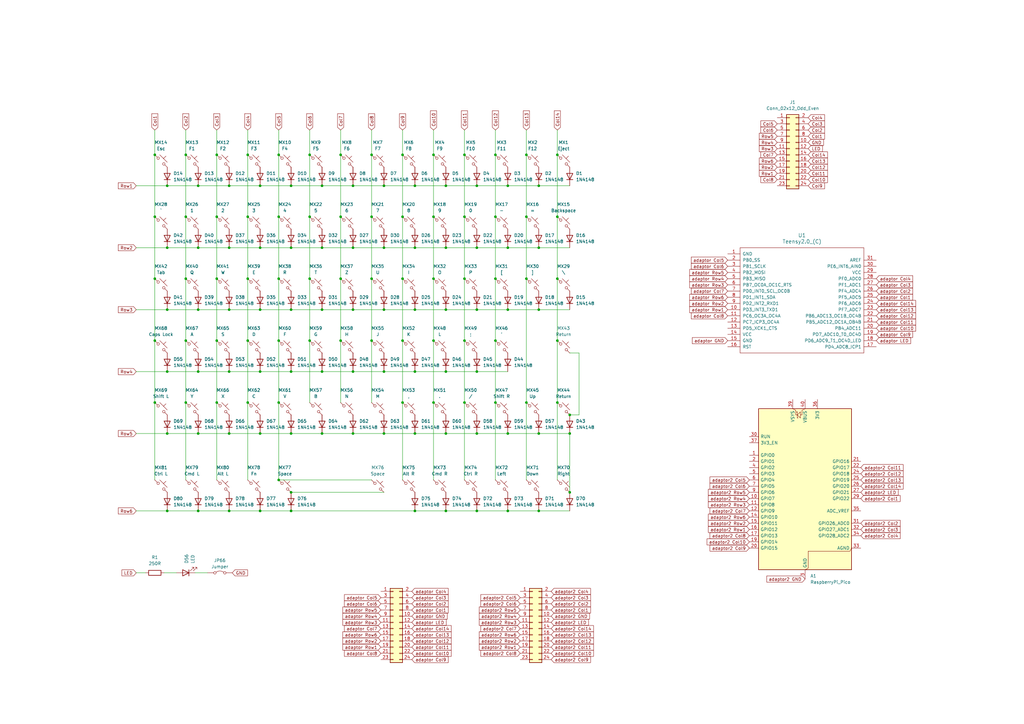
<source format=kicad_sch>
(kicad_sch (version 20250114) (generator "eeschema") (generator_version "9.0")
  (paper "A3")
  (title_block (title "Ultraschall Keyboard") (date "2025-05-17") (rev "2342") (company "ultraschall.fm"))
  (junction (at 203.2 139.7))
  (junction (at 106.68 101.6))
  (junction (at 81.28 209.55))
  (junction (at 81.28 76.2))
  (junction (at 88.9 139.7))
  (junction (at 144.78 101.6))
  (junction (at 81.28 152.4))
  (junction (at 81.28 127))
  (junction (at 233.68 201.93))
  (junction (at 195.58 152.4))
  (junction (at 152.4 88.9))
  (junction (at 63.5 139.7))
  (junction (at 93.98 209.55))
  (junction (at 190.5 114.3))
  (junction (at 106.68 209.55))
  (junction (at 165.1 114.3))
  (junction (at 93.98 177.8))
  (junction (at 93.98 152.4))
  (junction (at 119.38 76.2))
  (junction (at 195.58 209.55))
  (junction (at 203.2 114.3))
  (junction (at 220.98 127))
  (junction (at 157.48 177.8))
  (junction (at 132.08 76.2))
  (junction (at 177.8 139.7))
  (junction (at 195.58 177.8))
  (junction (at 93.98 127))
  (junction (at 101.6 165.1))
  (junction (at 152.4 63.5))
  (junction (at 114.3 165.1))
  (junction (at 119.38 127))
  (junction (at 165.1 165.1))
  (junction (at 190.5 63.5))
  (junction (at 68.58 101.6))
  (junction (at 119.38 209.55))
  (junction (at 228.6 88.9))
  (junction (at 76.2 63.5))
  (junction (at 88.9 63.5))
  (junction (at 215.9 114.3))
  (junction (at 93.98 101.6))
  (junction (at 195.58 127))
  (junction (at 93.98 76.2))
  (junction (at 76.2 139.7))
  (junction (at 139.7 139.7))
  (junction (at 157.48 101.6))
  (junction (at 114.3 88.9))
  (junction (at 132.08 152.4))
  (junction (at 76.2 114.3))
  (junction (at 152.4 114.3))
  (junction (at 144.78 152.4))
  (junction (at 190.5 139.7))
  (junction (at 203.2 88.9))
  (junction (at 165.1 88.9))
  (junction (at 119.38 152.4))
  (junction (at 215.9 165.1))
  (junction (at 208.28 101.6))
  (junction (at 68.58 127))
  (junction (at 182.88 127))
  (junction (at 81.28 101.6))
  (junction (at 119.38 177.8))
  (junction (at 177.8 114.3))
  (junction (at 106.68 177.8))
  (junction (at 157.48 152.4))
  (junction (at 208.28 209.55))
  (junction (at 63.5 63.5))
  (junction (at 215.9 88.9))
  (junction (at 63.5 114.3))
  (junction (at 88.9 165.1))
  (junction (at 106.68 127))
  (junction (at 220.98 76.2))
  (junction (at 139.7 63.5))
  (junction (at 182.88 209.55))
  (junction (at 139.7 114.3))
  (junction (at 114.3 63.5))
  (junction (at 182.88 101.6))
  (junction (at 228.6 139.7))
  (junction (at 190.5 88.9))
  (junction (at 170.18 101.6))
  (junction (at 144.78 76.2))
  (junction (at 127 114.3))
  (junction (at 228.6 114.3))
  (junction (at 119.38 201.93))
  (junction (at 165.1 139.7))
  (junction (at 182.88 177.8))
  (junction (at 208.28 76.2))
  (junction (at 195.58 101.6))
  (junction (at 157.48 76.2))
  (junction (at 152.4 139.7))
  (junction (at 170.18 76.2))
  (junction (at 177.8 165.1))
  (junction (at 132.08 127))
  (junction (at 63.5 88.9))
  (junction (at 190.5 165.1))
  (junction (at 88.9 114.3))
  (junction (at 165.1 63.5))
  (junction (at 63.5 165.1))
  (junction (at 68.58 152.4))
  (junction (at 220.98 101.6))
  (junction (at 127 63.5))
  (junction (at 127 88.9))
  (junction (at 101.6 88.9))
  (junction (at 208.28 127))
  (junction (at 68.58 209.55))
  (junction (at 114.3 196.85))
  (junction (at 170.18 152.4))
  (junction (at 144.78 127))
  (junction (at 132.08 101.6))
  (junction (at 170.18 177.8))
  (junction (at 114.3 139.7))
  (junction (at 106.68 76.2))
  (junction (at 81.28 177.8))
  (junction (at 233.68 170.18))
  (junction (at 203.2 165.1))
  (junction (at 157.48 127))
  (junction (at 68.58 76.2))
  (junction (at 170.18 127))
  (junction (at 182.88 76.2))
  (junction (at 101.6 139.7))
  (junction (at 101.6 114.3))
  (junction (at 119.38 101.6))
  (junction (at 228.6 63.5))
  (junction (at 203.2 63.5))
  (junction (at 101.6 63.5))
  (junction (at 177.8 63.5))
  (junction (at 220.98 177.8))
  (junction (at 76.2 88.9))
  (junction (at 182.88 152.4))
  (junction (at 177.8 88.9))
  (junction (at 68.58 177.8))
  (junction (at 139.7 88.9))
  (junction (at 195.58 76.2))
  (junction (at 208.28 177.8))
  (junction (at 114.3 114.3))
  (junction (at 144.78 177.8))
  (junction (at 76.2 165.1))
  (junction (at 215.9 63.5))
  (junction (at 228.6 165.1))
  (junction (at 132.08 177.8))
  (junction (at 88.9 88.9))
  (junction (at 220.98 209.55))
  (junction (at 127 139.7))
  (junction (at 170.18 209.55))
  (junction (at 233.68 177.8))
  (junction (at 106.68 152.4))
  (wire (pts (xy 220.98 127) (xy 233.68 127)))
  (wire (pts (xy 220.98 177.8) (xy 233.68 177.8)))
  (wire (pts (xy 165.1 53.34) (xy 165.1 63.5)))
  (wire (pts (xy 208.28 76.2) (xy 220.98 76.2)))
  (wire (pts (xy 190.5 88.9) (xy 190.5 114.3)))
  (wire (pts (xy 106.68 177.8) (xy 119.38 177.8)))
  (wire (pts (xy 81.28 76.2) (xy 93.98 76.2)))
  (wire (pts (xy 190.5 114.3) (xy 190.5 139.7)))
  (wire (pts (xy 63.5 165.1) (xy 63.5 196.85)))
  (wire (pts (xy 190.5 53.34) (xy 190.5 63.5)))
  (wire (pts (xy 127 114.3) (xy 127 139.7)))
  (wire (pts (xy 93.98 152.4) (xy 106.68 152.4)))
  (wire (pts (xy 233.68 170.18) (xy 237.49 170.18)))
  (wire (pts (xy 114.3 63.5) (xy 114.3 88.9)))
  (wire (pts (xy 152.4 139.7) (xy 152.4 165.1)))
  (wire (pts (xy 114.3 114.3) (xy 114.3 139.7)))
  (wire (pts (xy 88.9 53.34) (xy 88.9 63.5)))
  (wire (pts (xy 195.58 76.2) (xy 208.28 76.2)))
  (wire (pts (xy 127 53.34) (xy 127 63.5)))
  (wire (pts (xy 203.2 53.34) (xy 203.2 63.5)))
  (wire (pts (xy 215.9 63.5) (xy 215.9 88.9)))
  (wire (pts (xy 220.98 76.2) (xy 233.68 76.2)))
  (wire (pts (xy 157.48 76.2) (xy 170.18 76.2)))
  (wire (pts (xy 114.3 196.85) (xy 152.4 196.85)))
  (wire (pts (xy 203.2 139.7) (xy 203.2 165.1)))
  (wire (pts (xy 55.88 127) (xy 68.58 127)))
  (wire (pts (xy 195.58 209.55) (xy 208.28 209.55)))
  (wire (pts (xy 80.01 234.95) (xy 85.09 234.95)))
  (wire (pts (xy 228.6 139.7) (xy 228.6 165.1)))
  (wire (pts (xy 220.98 101.6) (xy 233.68 101.6)))
  (wire (pts (xy 203.2 165.1) (xy 203.2 196.85)))
  (wire (pts (xy 195.58 101.6) (xy 208.28 101.6)))
  (wire (pts (xy 106.68 127) (xy 119.38 127)))
  (wire (pts (xy 182.88 76.2) (xy 195.58 76.2)))
  (wire (pts (xy 88.9 88.9) (xy 88.9 114.3)))
  (wire (pts (xy 139.7 139.7) (xy 139.7 165.1)))
  (wire (pts (xy 67.31 234.95) (xy 72.39 234.95)))
  (wire (pts (xy 190.5 139.7) (xy 190.5 165.1)))
  (wire (pts (xy 119.38 177.8) (xy 132.08 177.8)))
  (wire (pts (xy 215.9 88.9) (xy 215.9 114.3)))
  (wire (pts (xy 119.38 152.4) (xy 132.08 152.4)))
  (wire (pts (xy 152.4 63.5) (xy 152.4 88.9)))
  (wire (pts (xy 81.28 209.55) (xy 93.98 209.55)))
  (wire (pts (xy 195.58 127) (xy 208.28 127)))
  (wire (pts (xy 55.88 209.55) (xy 68.58 209.55)))
  (wire (pts (xy 132.08 152.4) (xy 144.78 152.4)))
  (wire (pts (xy 88.9 114.3) (xy 88.9 139.7)))
  (wire (pts (xy 63.5 114.3) (xy 63.5 139.7)))
  (wire (pts (xy 190.5 165.1) (xy 190.5 196.85)))
  (wire (pts (xy 101.6 53.34) (xy 101.6 63.5)))
  (wire (pts (xy 233.68 144.78) (xy 237.49 144.78)))
  (wire (pts (xy 165.1 139.7) (xy 165.1 165.1)))
  (wire (pts (xy 81.28 127) (xy 93.98 127)))
  (wire (pts (xy 170.18 209.55) (xy 182.88 209.55)))
  (wire (pts (xy 114.3 88.9) (xy 114.3 114.3)))
  (wire (pts (xy 228.6 53.34) (xy 228.6 63.5)))
  (wire (pts (xy 127 88.9) (xy 127 114.3)))
  (wire (pts (xy 177.8 165.1) (xy 177.8 196.85)))
  (wire (pts (xy 93.98 127) (xy 106.68 127)))
  (wire (pts (xy 114.3 53.34) (xy 114.3 63.5)))
  (wire (pts (xy 152.4 53.34) (xy 152.4 63.5)))
  (wire (pts (xy 114.3 165.1) (xy 114.3 196.85)))
  (wire (pts (xy 55.88 152.4) (xy 68.58 152.4)))
  (wire (pts (xy 68.58 127) (xy 81.28 127)))
  (wire (pts (xy 55.88 76.2) (xy 68.58 76.2)))
  (wire (pts (xy 203.2 63.5) (xy 203.2 88.9)))
  (wire (pts (xy 152.4 88.9) (xy 152.4 114.3)))
  (wire (pts (xy 101.6 63.5) (xy 101.6 88.9)))
  (wire (pts (xy 170.18 152.4) (xy 182.88 152.4)))
  (wire (pts (xy 139.7 63.5) (xy 139.7 88.9)))
  (wire (pts (xy 68.58 177.8) (xy 81.28 177.8)))
  (wire (pts (xy 165.1 114.3) (xy 165.1 139.7)))
  (wire (pts (xy 63.5 63.5) (xy 63.5 88.9)))
  (wire (pts (xy 76.2 165.1) (xy 76.2 196.85)))
  (wire (pts (xy 63.5 53.34) (xy 63.5 63.5)))
  (wire (pts (xy 228.6 63.5) (xy 228.6 88.9)))
  (wire (pts (xy 101.6 114.3) (xy 101.6 139.7)))
  (wire (pts (xy 93.98 177.8) (xy 106.68 177.8)))
  (wire (pts (xy 139.7 114.3) (xy 139.7 139.7)))
  (wire (pts (xy 177.8 114.3) (xy 177.8 139.7)))
  (wire (pts (xy 114.3 139.7) (xy 114.3 165.1)))
  (wire (pts (xy 157.48 177.8) (xy 170.18 177.8)))
  (wire (pts (xy 119.38 127) (xy 132.08 127)))
  (wire (pts (xy 88.9 63.5) (xy 88.9 88.9)))
  (wire (pts (xy 132.08 177.8) (xy 144.78 177.8)))
  (wire (pts (xy 170.18 76.2) (xy 182.88 76.2)))
  (wire (pts (xy 76.2 53.34) (xy 76.2 63.5)))
  (wire (pts (xy 76.2 114.3) (xy 76.2 139.7)))
  (wire (pts (xy 208.28 127) (xy 220.98 127)))
  (wire (pts (xy 195.58 177.8) (xy 208.28 177.8)))
  (wire (pts (xy 106.68 209.55) (xy 119.38 209.55)))
  (wire (pts (xy 182.88 209.55) (xy 195.58 209.55)))
  (wire (pts (xy 165.1 165.1) (xy 165.1 196.85)))
  (wire (pts (xy 208.28 209.55) (xy 220.98 209.55)))
  (wire (pts (xy 157.48 152.4) (xy 170.18 152.4)))
  (wire (pts (xy 68.58 101.6) (xy 81.28 101.6)))
  (wire (pts (xy 106.68 152.4) (xy 119.38 152.4)))
  (wire (pts (xy 101.6 88.9) (xy 101.6 114.3)))
  (wire (pts (xy 132.08 101.6) (xy 144.78 101.6)))
  (wire (pts (xy 119.38 76.2) (xy 132.08 76.2)))
  (wire (pts (xy 203.2 88.9) (xy 203.2 114.3)))
  (wire (pts (xy 101.6 139.7) (xy 101.6 165.1)))
  (wire (pts (xy 127 139.7) (xy 127 165.1)))
  (wire (pts (xy 68.58 209.55) (xy 81.28 209.55)))
  (wire (pts (xy 182.88 127) (xy 195.58 127)))
  (wire (pts (xy 132.08 76.2) (xy 144.78 76.2)))
  (wire (pts (xy 139.7 53.34) (xy 139.7 63.5)))
  (wire (pts (xy 228.6 165.1) (xy 228.6 196.85)))
  (wire (pts (xy 170.18 127) (xy 182.88 127)))
  (wire (pts (xy 182.88 101.6) (xy 195.58 101.6)))
  (wire (pts (xy 203.2 114.3) (xy 203.2 139.7)))
  (wire (pts (xy 144.78 127) (xy 157.48 127)))
  (wire (pts (xy 237.49 144.78) (xy 237.49 170.18)))
  (wire (pts (xy 106.68 101.6) (xy 119.38 101.6)))
  (wire (pts (xy 177.8 53.34) (xy 177.8 63.5)))
  (wire (pts (xy 170.18 177.8) (xy 182.88 177.8)))
  (wire (pts (xy 177.8 63.5) (xy 177.8 88.9)))
  (wire (pts (xy 63.5 139.7) (xy 63.5 165.1)))
  (wire (pts (xy 144.78 76.2) (xy 157.48 76.2)))
  (wire (pts (xy 76.2 88.9) (xy 76.2 114.3)))
  (wire (pts (xy 76.2 139.7) (xy 76.2 165.1)))
  (wire (pts (xy 215.9 114.3) (xy 215.9 165.1)))
  (wire (pts (xy 228.6 114.3) (xy 228.6 139.7)))
  (wire (pts (xy 182.88 152.4) (xy 195.58 152.4)))
  (wire (pts (xy 93.98 76.2) (xy 106.68 76.2)))
  (wire (pts (xy 81.28 177.8) (xy 93.98 177.8)))
  (wire (pts (xy 55.88 234.95) (xy 59.69 234.95)))
  (wire (pts (xy 88.9 165.1) (xy 88.9 196.85)))
  (wire (pts (xy 152.4 114.3) (xy 152.4 139.7)))
  (wire (pts (xy 119.38 101.6) (xy 132.08 101.6)))
  (wire (pts (xy 195.58 152.4) (xy 208.28 152.4)))
  (wire (pts (xy 93.98 101.6) (xy 106.68 101.6)))
  (wire (pts (xy 170.18 101.6) (xy 182.88 101.6)))
  (wire (pts (xy 177.8 88.9) (xy 177.8 114.3)))
  (wire (pts (xy 157.48 101.6) (xy 170.18 101.6)))
  (wire (pts (xy 81.28 101.6) (xy 93.98 101.6)))
  (wire (pts (xy 157.48 127) (xy 170.18 127)))
  (wire (pts (xy 88.9 139.7) (xy 88.9 165.1)))
  (wire (pts (xy 106.68 76.2) (xy 119.38 76.2)))
  (wire (pts (xy 144.78 152.4) (xy 157.48 152.4)))
  (wire (pts (xy 165.1 88.9) (xy 165.1 114.3)))
  (wire (pts (xy 215.9 53.34) (xy 215.9 63.5)))
  (wire (pts (xy 215.9 165.1) (xy 215.9 196.85)))
  (wire (pts (xy 132.08 127) (xy 144.78 127)))
  (wire (pts (xy 81.28 152.4) (xy 93.98 152.4)))
  (wire (pts (xy 55.88 101.6) (xy 68.58 101.6)))
  (wire (pts (xy 119.38 201.93) (xy 157.48 201.93)))
  (wire (pts (xy 233.68 177.8) (xy 233.68 201.93)))
  (wire (pts (xy 93.98 209.55) (xy 106.68 209.55)))
  (wire (pts (xy 144.78 101.6) (xy 157.48 101.6)))
  (wire (pts (xy 190.5 63.5) (xy 190.5 88.9)))
  (wire (pts (xy 144.78 177.8) (xy 157.48 177.8)))
  (wire (pts (xy 208.28 177.8) (xy 220.98 177.8)))
  (wire (pts (xy 68.58 76.2) (xy 81.28 76.2)))
  (wire (pts (xy 208.28 101.6) (xy 220.98 101.6)))
  (wire (pts (xy 177.8 139.7) (xy 177.8 165.1)))
  (wire (pts (xy 68.58 152.4) (xy 81.28 152.4)))
  (wire (pts (xy 55.88 177.8) (xy 68.58 177.8)))
  (wire (pts (xy 182.88 177.8) (xy 195.58 177.8)))
  (wire (pts (xy 76.2 63.5) (xy 76.2 88.9)))
  (wire (pts (xy 119.38 209.55) (xy 170.18 209.55)))
  (wire (pts (xy 63.5 88.9) (xy 63.5 114.3)))
  (wire (pts (xy 220.98 209.55) (xy 233.68 209.55)))
  (wire (pts (xy 101.6 165.1) (xy 101.6 196.85)))
  (wire (pts (xy 127 63.5) (xy 127 88.9)))
  (wire (pts (xy 165.1 63.5) (xy 165.1 88.9)))
  (wire (pts (xy 228.6 88.9) (xy 228.6 114.3)))
  (wire (pts (xy 139.7 88.9) (xy 139.7 114.3)))
  (global_label "LED" (shape input) (at 331.47 60.96 0) (property "Intersheetrefs" "${INTERSHEET_REFS}" (effects (hide yes))))
  (global_label "adaptor2 Row3" (shape input) (at 307.34 207.01 180) (property "Intersheetrefs" "${INTERSHEET_REFS}" (effects (hide yes))))
  (global_label "adaptor2 Row2" (shape input) (at 213.36 262.89 180) (property "Intersheetrefs" "${INTERSHEET_REFS}" (effects (hide yes))))
  (global_label "adaptor2 Row6" (shape input) (at 307.34 212.09 180) (property "Intersheetrefs" "${INTERSHEET_REFS}" (effects (hide yes))))
  (global_label "Col12" (shape input) (at 203.2 53.34 90) (property "Intersheetrefs" "${INTERSHEET_REFS}" (effects (hide yes))))
  (global_label "adaptor Row1" (shape input) (at 298.45 127 180) (property "Intersheetrefs" "${INTERSHEET_REFS}" (effects (hide yes))))
  (global_label "adaptor2 Row1" (shape input) (at 213.36 265.43 180) (property "Intersheetrefs" "${INTERSHEET_REFS}" (effects (hide yes))))
  (global_label "Col9" (shape input) (at 165.1 53.34 90) (property "Intersheetrefs" "${INTERSHEET_REFS}" (effects (hide yes))))
  (global_label "adaptor Col11" (shape input) (at 359.41 132.08 0) (property "Intersheetrefs" "${INTERSHEET_REFS}" (effects (hide yes))))
  (global_label "adaptor Col2" (shape input) (at 168.91 247.65 0) (property "Intersheetrefs" "${INTERSHEET_REFS}" (effects (hide yes))))
  (global_label "adaptor2 Col8" (shape input) (at 213.36 267.97 180) (property "Intersheetrefs" "${INTERSHEET_REFS}" (effects (hide yes))))
  (global_label "Col5" (shape input) (at 114.3 53.34 90) (property "Intersheetrefs" "${INTERSHEET_REFS}" (effects (hide yes))))
  (global_label "adaptor2 Col10" (shape input) (at 226.06 267.97 0) (property "Intersheetrefs" "${INTERSHEET_REFS}" (effects (hide yes))))
  (global_label "Col11" (shape input) (at 190.5 53.34 90) (property "Intersheetrefs" "${INTERSHEET_REFS}" (effects (hide yes))))
  (global_label "adaptor Col13" (shape input) (at 168.91 260.35 0) (property "Intersheetrefs" "${INTERSHEET_REFS}" (effects (hide yes))))
  (global_label "adaptor Col9" (shape input) (at 168.91 270.51 0) (property "Intersheetrefs" "${INTERSHEET_REFS}" (effects (hide yes))))
  (global_label "adaptor2 Row1" (shape input) (at 307.34 217.17 180) (property "Intersheetrefs" "${INTERSHEET_REFS}" (effects (hide yes))))
  (global_label "adaptor Col4" (shape input) (at 168.91 242.57 0) (property "Intersheetrefs" "${INTERSHEET_REFS}" (effects (hide yes))))
  (global_label "adaptor2 Col10" (shape input) (at 307.34 222.25 180) (property "Intersheetrefs" "${INTERSHEET_REFS}" (effects (hide yes))))
  (global_label "adaptor Col5" (shape input) (at 156.21 245.11 180) (property "Intersheetrefs" "${INTERSHEET_REFS}" (effects (hide yes))))
  (global_label "adaptor2 Col1" (shape input) (at 226.06 250.19 0) (property "Intersheetrefs" "${INTERSHEET_REFS}" (effects (hide yes))))
  (global_label "adaptor Col8" (shape input) (at 156.21 267.97 180) (property "Intersheetrefs" "${INTERSHEET_REFS}" (effects (hide yes))))
  (global_label "Row4" (shape input) (at 318.77 58.42 180) (property "Intersheetrefs" "${INTERSHEET_REFS}" (effects (hide yes))))
  (global_label "adaptor2 Col4" (shape input) (at 226.06 242.57 0) (property "Intersheetrefs" "${INTERSHEET_REFS}" (effects (hide yes))))
  (global_label "adaptor2 Col13" (shape input) (at 226.06 260.35 0) (property "Intersheetrefs" "${INTERSHEET_REFS}" (effects (hide yes))))
  (global_label "Col8" (shape input) (at 152.4 53.34 90) (property "Intersheetrefs" "${INTERSHEET_REFS}" (effects (hide yes))))
  (global_label "adaptor Col3" (shape input) (at 168.91 245.11 0) (property "Intersheetrefs" "${INTERSHEET_REFS}" (effects (hide yes))))
  (global_label "adaptor2 Col14" (shape input) (at 226.06 257.81 0) (property "Intersheetrefs" "${INTERSHEET_REFS}" (effects (hide yes))))
  (global_label "Col11" (shape input) (at 331.47 71.12 0) (property "Intersheetrefs" "${INTERSHEET_REFS}" (effects (hide yes))))
  (global_label "adaptor Col11" (shape input) (at 168.91 265.43 0) (property "Intersheetrefs" "${INTERSHEET_REFS}" (effects (hide yes))))
  (global_label "adaptor Col10" (shape input) (at 168.91 267.97 0) (property "Intersheetrefs" "${INTERSHEET_REFS}" (effects (hide yes))))
  (global_label "Col5" (shape input) (at 318.77 50.8 180) (property "Intersheetrefs" "${INTERSHEET_REFS}" (effects (hide yes))))
  (global_label "Row5" (shape input) (at 55.88 177.8 180) (property "Intersheetrefs" "${INTERSHEET_REFS}" (effects (hide yes))))
  (global_label "adaptor2 Col2" (shape input) (at 353.06 214.63 0) (property "Intersheetrefs" "${INTERSHEET_REFS}" (effects (hide yes))))
  (global_label "Col6" (shape input) (at 318.77 53.34 180) (property "Intersheetrefs" "${INTERSHEET_REFS}" (effects (hide yes))))
  (global_label "Col2" (shape input) (at 76.2 53.34 90) (property "Intersheetrefs" "${INTERSHEET_REFS}" (effects (hide yes))))
  (global_label "Row3" (shape input) (at 55.88 127 180) (property "Intersheetrefs" "${INTERSHEET_REFS}" (effects (hide yes))))
  (global_label "adaptor GND" (shape input) (at 298.45 139.7 180) (property "Intersheetrefs" "${INTERSHEET_REFS}" (effects (hide yes))))
  (global_label "adaptor2 Row3" (shape input) (at 213.36 255.27 180) (property "Intersheetrefs" "${INTERSHEET_REFS}" (effects (hide yes))))
  (global_label "Col3" (shape input) (at 331.47 50.8 0) (property "Intersheetrefs" "${INTERSHEET_REFS}" (effects (hide yes))))
  (global_label "Row2" (shape input) (at 55.88 101.6 180) (property "Intersheetrefs" "${INTERSHEET_REFS}" (effects (hide yes))))
  (global_label "Row2" (shape input) (at 318.77 68.58 180) (property "Intersheetrefs" "${INTERSHEET_REFS}" (effects (hide yes))))
  (global_label "adaptor2 Col11" (shape input) (at 353.06 191.77 0) (property "Intersheetrefs" "${INTERSHEET_REFS}" (effects (hide yes))))
  (global_label "adaptor Col1" (shape input) (at 359.41 121.92 0) (property "Intersheetrefs" "${INTERSHEET_REFS}" (effects (hide yes))))
  (global_label "Row1" (shape input) (at 55.88 76.2 180) (property "Intersheetrefs" "${INTERSHEET_REFS}" (effects (hide yes))))
  (global_label "adaptor Col13" (shape input) (at 359.41 127 0) (property "Intersheetrefs" "${INTERSHEET_REFS}" (effects (hide yes))))
  (global_label "adaptor Row4" (shape input) (at 298.45 114.3 180) (property "Intersheetrefs" "${INTERSHEET_REFS}" (effects (hide yes))))
  (global_label "adaptor Row1" (shape input) (at 156.21 265.43 180) (property "Intersheetrefs" "${INTERSHEET_REFS}" (effects (hide yes))))
  (global_label "Col8" (shape input) (at 318.77 73.66 180) (property "Intersheetrefs" "${INTERSHEET_REFS}" (effects (hide yes))))
  (global_label "adaptor GND" (shape input) (at 168.91 252.73 0) (property "Intersheetrefs" "${INTERSHEET_REFS}" (effects (hide yes))))
  (global_label "adaptor Col8" (shape input) (at 298.45 129.54 180) (property "Intersheetrefs" "${INTERSHEET_REFS}" (effects (hide yes))))
  (global_label "adaptor2 Row2" (shape input) (at 307.34 214.63 180) (property "Intersheetrefs" "${INTERSHEET_REFS}" (effects (hide yes))))
  (global_label "Row6" (shape input) (at 318.77 66.04 180) (property "Intersheetrefs" "${INTERSHEET_REFS}" (effects (hide yes))))
  (global_label "adaptor2 Col6" (shape input) (at 307.34 199.39 180) (property "Intersheetrefs" "${INTERSHEET_REFS}" (effects (hide yes))))
  (global_label "adaptor Row4" (shape input) (at 156.21 252.73 180) (property "Intersheetrefs" "${INTERSHEET_REFS}" (effects (hide yes))))
  (global_label "adaptor2 Row5" (shape input) (at 213.36 250.19 180) (property "Intersheetrefs" "${INTERSHEET_REFS}" (effects (hide yes))))
  (global_label "adaptor2 Col1" (shape input) (at 353.06 204.47 0) (property "Intersheetrefs" "${INTERSHEET_REFS}" (effects (hide yes))))
  (global_label "adaptor2 Col12" (shape input) (at 226.06 262.89 0) (property "Intersheetrefs" "${INTERSHEET_REFS}" (effects (hide yes))))
  (global_label "Col14" (shape input) (at 331.47 63.5 0) (property "Intersheetrefs" "${INTERSHEET_REFS}" (effects (hide yes))))
  (global_label "adaptor Row3" (shape input) (at 156.21 255.27 180) (property "Intersheetrefs" "${INTERSHEET_REFS}" (effects (hide yes))))
  (global_label "Col10" (shape input) (at 331.47 73.66 0) (property "Intersheetrefs" "${INTERSHEET_REFS}" (effects (hide yes))))
  (global_label "Col2" (shape input) (at 331.47 53.34 0) (property "Intersheetrefs" "${INTERSHEET_REFS}" (effects (hide yes))))
  (global_label "Col13" (shape input) (at 215.9 53.34 90) (property "Intersheetrefs" "${INTERSHEET_REFS}" (effects (hide yes))))
  (global_label "adaptor2 Row5" (shape input) (at 307.34 201.93 180) (property "Intersheetrefs" "${INTERSHEET_REFS}" (effects (hide yes))))
  (global_label "adaptor Row5" (shape input) (at 156.21 250.19 180) (property "Intersheetrefs" "${INTERSHEET_REFS}" (effects (hide yes))))
  (global_label "adaptor Col2" (shape input) (at 359.41 119.38 0) (property "Intersheetrefs" "${INTERSHEET_REFS}" (effects (hide yes))))
  (global_label "Col1" (shape input) (at 63.5 53.34 90) (property "Intersheetrefs" "${INTERSHEET_REFS}" (effects (hide yes))))
  (global_label "adaptor2 Col7" (shape input) (at 213.36 257.81 180) (property "Intersheetrefs" "${INTERSHEET_REFS}" (effects (hide yes))))
  (global_label "adaptor Col12" (shape input) (at 359.41 129.54 0) (property "Intersheetrefs" "${INTERSHEET_REFS}" (effects (hide yes))))
  (global_label "adaptor Row3" (shape input) (at 298.45 116.84 180) (property "Intersheetrefs" "${INTERSHEET_REFS}" (effects (hide yes))))
  (global_label "Col14" (shape input) (at 228.6 53.34 90) (property "Intersheetrefs" "${INTERSHEET_REFS}" (effects (hide yes))))
  (global_label "adaptor2 Col7" (shape input) (at 307.34 209.55 180) (property "Intersheetrefs" "${INTERSHEET_REFS}" (effects (hide yes))))
  (global_label "adaptor Col7" (shape input) (at 298.45 119.38 180) (property "Intersheetrefs" "${INTERSHEET_REFS}" (effects (hide yes))))
  (global_label "adaptor2 Col9" (shape input) (at 307.34 224.79 180) (property "Intersheetrefs" "${INTERSHEET_REFS}" (effects (hide yes))))
  (global_label "Row4" (shape input) (at 55.88 152.4 180) (property "Intersheetrefs" "${INTERSHEET_REFS}" (effects (hide yes))))
  (global_label "adaptor Col6" (shape input) (at 298.45 109.22 180) (property "Intersheetrefs" "${INTERSHEET_REFS}" (effects (hide yes))))
  (global_label "Col9" (shape input) (at 331.47 76.2 0) (property "Intersheetrefs" "${INTERSHEET_REFS}" (effects (hide yes))))
  (global_label "Row5" (shape input) (at 318.77 55.88 180) (property "Intersheetrefs" "${INTERSHEET_REFS}" (effects (hide yes))))
  (global_label "adaptor Col3" (shape input) (at 359.41 116.84 0) (property "Intersheetrefs" "${INTERSHEET_REFS}" (effects (hide yes))))
  (global_label "Row6" (shape input) (at 55.88 209.55 180) (property "Intersheetrefs" "${INTERSHEET_REFS}" (effects (hide yes))))
  (global_label "adaptor2 LED" (shape input) (at 226.06 255.27 0) (property "Intersheetrefs" "${INTERSHEET_REFS}" (effects (hide yes))))
  (global_label "Row1" (shape input) (at 318.77 71.12 180) (property "Intersheetrefs" "${INTERSHEET_REFS}" (effects (hide yes))))
  (global_label "Col4" (shape input) (at 331.47 48.26 0) (property "Intersheetrefs" "${INTERSHEET_REFS}" (effects (hide yes))))
  (global_label "adaptor Row2" (shape input) (at 156.21 262.89 180) (property "Intersheetrefs" "${INTERSHEET_REFS}" (effects (hide yes))))
  (global_label "adaptor2 Col11" (shape input) (at 226.06 265.43 0) (property "Intersheetrefs" "${INTERSHEET_REFS}" (effects (hide yes))))
  (global_label "adaptor2 Col3" (shape input) (at 353.06 217.17 0) (property "Intersheetrefs" "${INTERSHEET_REFS}" (effects (hide yes))))
  (global_label "adaptor2 LED" (shape input) (at 353.06 201.93 0) (property "Intersheetrefs" "${INTERSHEET_REFS}" (effects (hide yes))))
  (global_label "adaptor Col7" (shape input) (at 156.21 257.81 180) (property "Intersheetrefs" "${INTERSHEET_REFS}" (effects (hide yes))))
  (global_label "adaptor Col9" (shape input) (at 359.41 137.16 0) (property "Intersheetrefs" "${INTERSHEET_REFS}" (effects (hide yes))))
  (global_label "adaptor Col4" (shape input) (at 359.41 114.3 0) (property "Intersheetrefs" "${INTERSHEET_REFS}" (effects (hide yes))))
  (global_label "Col12" (shape input) (at 331.47 68.58 0) (property "Intersheetrefs" "${INTERSHEET_REFS}" (effects (hide yes))))
  (global_label "Row3" (shape input) (at 318.77 60.96 180) (property "Intersheetrefs" "${INTERSHEET_REFS}" (effects (hide yes))))
  (global_label "adaptor2 Col2" (shape input) (at 226.06 247.65 0) (property "Intersheetrefs" "${INTERSHEET_REFS}" (effects (hide yes))))
  (global_label "adaptor2 Col13" (shape input) (at 353.06 196.85 0) (property "Intersheetrefs" "${INTERSHEET_REFS}" (effects (hide yes))))
  (global_label "adaptor Col12" (shape input) (at 168.91 262.89 0) (property "Intersheetrefs" "${INTERSHEET_REFS}" (effects (hide yes))))
  (global_label "LED" (shape input) (at 55.88 234.95 180) (property "Intersheetrefs" "${INTERSHEET_REFS}" (effects (hide yes))))
  (global_label "Col3" (shape input) (at 88.9 53.34 90) (property "Intersheetrefs" "${INTERSHEET_REFS}" (effects (hide yes))))
  (global_label "adaptor Row6" (shape input) (at 156.21 260.35 180) (property "Intersheetrefs" "${INTERSHEET_REFS}" (effects (hide yes))))
  (global_label "Col7" (shape input) (at 318.77 63.5 180) (property "Intersheetrefs" "${INTERSHEET_REFS}" (effects (hide yes))))
  (global_label "adaptor Col14" (shape input) (at 359.41 124.46 0) (property "Intersheetrefs" "${INTERSHEET_REFS}" (effects (hide yes))))
  (global_label "Col6" (shape input) (at 127 53.34 90) (property "Intersheetrefs" "${INTERSHEET_REFS}" (effects (hide yes))))
  (global_label "adaptor2 Col3" (shape input) (at 226.06 245.11 0) (property "Intersheetrefs" "${INTERSHEET_REFS}" (effects (hide yes))))
  (global_label "Col13" (shape input) (at 331.47 66.04 0) (property "Intersheetrefs" "${INTERSHEET_REFS}" (effects (hide yes))))
  (global_label "adaptor Col5" (shape input) (at 298.45 106.68 180) (property "Intersheetrefs" "${INTERSHEET_REFS}" (effects (hide yes))))
  (global_label "Col7" (shape input) (at 139.7 53.34 90) (property "Intersheetrefs" "${INTERSHEET_REFS}" (effects (hide yes))))
  (global_label "Col10" (shape input) (at 177.8 53.34 90) (property "Intersheetrefs" "${INTERSHEET_REFS}" (effects (hide yes))))
  (global_label "adaptor2 GND" (shape input) (at 226.06 252.73 0) (property "Intersheetrefs" "${INTERSHEET_REFS}" (effects (hide yes))))
  (global_label "adaptor2 Col5" (shape input) (at 213.36 245.11 180) (property "Intersheetrefs" "${INTERSHEET_REFS}" (effects (hide yes))))
  (global_label "adaptor2 GND" (shape input) (at 330.2 237.49 180) (property "Intersheetrefs" "${INTERSHEET_REFS}" (effects (hide yes))))
  (global_label "adaptor Row5" (shape input) (at 298.45 111.76 180) (property "Intersheetrefs" "${INTERSHEET_REFS}" (effects (hide yes))))
  (global_label "adaptor LED" (shape input) (at 168.91 255.27 0) (property "Intersheetrefs" "${INTERSHEET_REFS}" (effects (hide yes))))
  (global_label "adaptor2 Col6" (shape input) (at 213.36 247.65 180) (property "Intersheetrefs" "${INTERSHEET_REFS}" (effects (hide yes))))
  (global_label "adaptor2 Col12" (shape input) (at 353.06 194.31 0) (property "Intersheetrefs" "${INTERSHEET_REFS}" (effects (hide yes))))
  (global_label "adaptor2 Col8" (shape input) (at 307.34 219.71 180) (property "Intersheetrefs" "${INTERSHEET_REFS}" (effects (hide yes))))
  (global_label "Col4" (shape input) (at 101.6 53.34 90) (property "Intersheetrefs" "${INTERSHEET_REFS}" (effects (hide yes))))
  (global_label "adaptor2 Col9" (shape input) (at 226.06 270.51 0) (property "Intersheetrefs" "${INTERSHEET_REFS}" (effects (hide yes))))
  (global_label "Col1" (shape input) (at 331.47 55.88 0) (property "Intersheetrefs" "${INTERSHEET_REFS}" (effects (hide yes))))
  (global_label "adaptor Row6" (shape input) (at 298.45 121.92 180) (property "Intersheetrefs" "${INTERSHEET_REFS}" (effects (hide yes))))
  (global_label "adaptor2 Row4" (shape input) (at 213.36 252.73 180) (property "Intersheetrefs" "${INTERSHEET_REFS}" (effects (hide yes))))
  (global_label "adaptor2 Col5" (shape input) (at 307.34 196.85 180) (property "Intersheetrefs" "${INTERSHEET_REFS}" (effects (hide yes))))
  (global_label "GND" (shape input) (at 95.25 234.95 0) (property "Intersheetrefs" "${INTERSHEET_REFS}" (effects (hide yes))))
  (global_label "adaptor Col6" (shape input) (at 156.21 247.65 180) (property "Intersheetrefs" "${INTERSHEET_REFS}" (effects (hide yes))))
  (global_label "adaptor Col10" (shape input) (at 359.41 134.62 0) (property "Intersheetrefs" "${INTERSHEET_REFS}" (effects (hide yes))))
  (global_label "adaptor Row2" (shape input) (at 298.45 124.46 180) (property "Intersheetrefs" "${INTERSHEET_REFS}" (effects (hide yes))))
  (global_label "adaptor2 Row4" (shape input) (at 307.34 204.47 180) (property "Intersheetrefs" "${INTERSHEET_REFS}" (effects (hide yes))))
  (global_label "adaptor2 Row6" (shape input) (at 213.36 260.35 180) (property "Intersheetrefs" "${INTERSHEET_REFS}" (effects (hide yes))))
  (global_label "adaptor Col14" (shape input) (at 168.91 257.81 0) (property "Intersheetrefs" "${INTERSHEET_REFS}" (effects (hide yes))))
  (global_label "adaptor2 Col14" (shape input) (at 353.06 199.39 0) (property "Intersheetrefs" "${INTERSHEET_REFS}" (effects (hide yes))))
  (global_label "adaptor LED" (shape input) (at 359.41 139.7 0) (property "Intersheetrefs" "${INTERSHEET_REFS}" (effects (hide yes))))
  (global_label "adaptor2 Col4" (shape input) (at 353.06 219.71 0) (property "Intersheetrefs" "${INTERSHEET_REFS}" (effects (hide yes))))
  (global_label "GND" (shape input) (at 331.47 58.42 0) (property "Intersheetrefs" "${INTERSHEET_REFS}" (effects (hide yes))))
  (global_label "adaptor Col1" (shape input) (at 168.91 250.19 0) (property "Intersheetrefs" "${INTERSHEET_REFS}" (effects (hide yes))))
  (symbol (lib_id "Diode:1N4148") (at 106.68 173.99 90) (unit 1)
    (property "Reference" "D67" (at 109.22 172.7199 90) (effects (justify right)))
    (property "Value" "1N4148" (at 109.22 175.2599 90) (effects (justify right)))
    (property "Footprint" "Diode_SMD:D_SOD-123" (effects (hide yes)))
    (property "Datasheet" "https://assets.nexperia.com/documents/data-sheet/1N4148_1N4448.pdf" (effects (hide yes)))
    (property "Description" "100V 0.15A standard switching diode, DO-35" (effects (hide yes)))
    (property "Sim.Device" "D" (effects (hide yes)))
    (property "Sim.Pins" "1=K 2=A" (effects (hide yes)))
  )
  (symbol (lib_id "Diode:1N4148") (at 81.28 123.19 90) (unit 1)
    (property "Reference" "D39" (at 83.82 121.9199 90) (effects (justify right)))
    (property "Value" "1N4148" (at 83.82 124.4599 90) (effects (justify right)))
    (property "Footprint" "Diode_SMD:D_SOD-123" (effects (hide yes)))
    (property "Datasheet" "https://assets.nexperia.com/documents/data-sheet/1N4148_1N4448.pdf" (effects (hide yes)))
    (property "Description" "100V 0.15A standard switching diode, DO-35" (effects (hide yes)))
    (property "Sim.Device" "D" (effects (hide yes)))
    (property "Sim.Pins" "1=K 2=A" (effects (hide yes)))
  )
  (symbol (lib_id "Diode:1N4148") (at 182.88 97.79 90) (unit 1)
    (property "Reference" "D23" (at 185.42 96.5199 90) (effects (justify right)))
    (property "Value" "1N4148" (at 185.42 99.0599 90) (effects (justify right)))
    (property "Footprint" "Diode_SMD:D_SOD-123" (effects (hide yes)))
    (property "Datasheet" "https://assets.nexperia.com/documents/data-sheet/1N4148_1N4448.pdf" (effects (hide yes)))
    (property "Description" "100V 0.15A standard switching diode, DO-35" (effects (hide yes)))
    (property "Sim.Device" "D" (effects (hide yes)))
    (property "Sim.Pins" "1=K 2=A" (effects (hide yes)))
  )
  (symbol (lib_id "Diode:1N4148") (at 170.18 97.79 90) (unit 1)
    (property "Reference" "D26" (at 172.72 96.5199 90) (effects (justify right)))
    (property "Value" "1N4148" (at 172.72 99.0599 90) (effects (justify right)))
    (property "Footprint" "Diode_SMD:D_SOD-123" (effects (hide yes)))
    (property "Datasheet" "https://assets.nexperia.com/documents/data-sheet/1N4148_1N4448.pdf" (effects (hide yes)))
    (property "Description" "100V 0.15A standard switching diode, DO-35" (effects (hide yes)))
    (property "Sim.Device" "D" (effects (hide yes)))
    (property "Sim.Pins" "1=K 2=A" (effects (hide yes)))
  )
  (symbol (lib_id "PCM_marbastlib-mx:MX_SW_HS_CPG151101S11") (at 205.74 199.39 0) (unit 1)
    (property "Reference" "MX72" (at 205.74 191.77 0))
    (property "Value" "Left" (at 205.74 194.31 0))
    (property "Footprint" "PCM_marbastlib-mx:SW_MX_HS_CPG151101S11_1u" (effects (hide yes)))
    (property "Description" "Push button switch, normally open, two pins, 45° tilted, Kailh CPG151101S11 for Cherry MX style switches" (effects (hide yes)))
  )
  (symbol (lib_id "PCM_marbastlib-mx:MX_SW_HS_CPG151101S11") (at 180.34 66.04 0) (unit 1)
    (property "Reference" "MX4" (at 180.34 58.42 0))
    (property "Value" "F9" (at 180.34 60.96 0))
    (property "Footprint" "PCM_marbastlib-mx:SW_MX_HS_CPG151101S11_1u" (effects (hide yes)))
    (property "Description" "Push button switch, normally open, two pins, 45° tilted, Kailh CPG151101S11 for Cherry MX style switches" (effects (hide yes)))
  )
  (symbol (lib_id "PCM_marbastlib-mx:MX_SW_HS_CPG151101S11") (at 154.94 66.04 0) (unit 1)
    (property "Reference" "MX7" (at 154.94 58.42 0))
    (property "Value" "F7" (at 154.94 60.96 0))
    (property "Footprint" "PCM_marbastlib-mx:SW_MX_HS_CPG151101S11_1u" (effects (hide yes)))
    (property "Description" "Push button switch, normally open, two pins, 45° tilted, Kailh CPG151101S11 for Cherry MX style switches" (effects (hide yes)))
  )
  (symbol (lib_id "Diode:1N4148") (at 93.98 72.39 90) (unit 1)
    (property "Reference" "D12" (at 96.52 71.1199 90) (effects (justify right)))
    (property "Value" "1N4148" (at 96.52 73.6599 90) (effects (justify right)))
    (property "Footprint" "Diode_SMD:D_SOD-123" (effects (hide yes)))
    (property "Datasheet" "https://assets.nexperia.com/documents/data-sheet/1N4148_1N4448.pdf" (effects (hide yes)))
    (property "Description" "100V 0.15A standard switching diode, DO-35" (effects (hide yes)))
    (property "Sim.Device" "D" (effects (hide yes)))
    (property "Sim.Pins" "1=K 2=A" (effects (hide yes)))
  )
  (symbol (lib_id "PCM_marbastlib-mx:MX_SW_HS_CPG151101S11") (at 231.14 116.84 0) (unit 1)
    (property "Reference" "MX29" (at 231.14 109.22 0))
    (property "Value" "\\" (at 231.14 111.76 0))
    (property "Footprint" "PCM_marbastlib-mx:SW_MX_HS_CPG151101S11_1u" (effects (hide yes)))
    (property "Description" "Push button switch, normally open, two pins, 45° tilted, Kailh CPG151101S11 for Cherry MX style switches" (effects (hide yes)))
  )
  (symbol (lib_id "PCM_marbastlib-mx:MX_SW_HS_CPG151101S11") (at 167.64 142.24 0) (unit 1)
    (property "Reference" "MX52" (at 167.64 134.62 0))
    (property "Value" "K" (at 167.64 137.16 0))
    (property "Footprint" "PCM_marbastlib-mx:SW_MX_HS_CPG151101S11_1u" (effects (hide yes)))
    (property "Description" "Push button switch, normally open, two pins, 45° tilted, Kailh CPG151101S11 for Cherry MX style switches" (effects (hide yes)))
  )
  (symbol (lib_id "Diode:1N4148") (at 106.68 148.59 90) (unit 1)
    (property "Reference" "D52" (at 109.22 147.3199 90) (effects (justify right)))
    (property "Value" "1N4148" (at 109.22 149.8599 90) (effects (justify right)))
    (property "Footprint" "Diode_SMD:D_SOD-123" (effects (hide yes)))
    (property "Datasheet" "https://assets.nexperia.com/documents/data-sheet/1N4148_1N4448.pdf" (effects (hide yes)))
    (property "Description" "100V 0.15A standard switching diode, DO-35" (effects (hide yes)))
    (property "Sim.Device" "D" (effects (hide yes)))
    (property "Sim.Pins" "1=K 2=A" (effects (hide yes)))
  )
  (symbol (lib_id "PCM_marbastlib-mx:MX_SW_HS_CPG151101S11") (at 218.44 199.39 0) (unit 1)
    (property "Reference" "MX71" (at 218.44 191.77 0))
    (property "Value" "Down" (at 218.44 194.31 0))
    (property "Footprint" "PCM_marbastlib-mx:SW_MX_HS_CPG151101S11_1u" (effects (hide yes)))
    (property "Description" "Push button switch, normally open, two pins, 45° tilted, Kailh CPG151101S11 for Cherry MX style switches" (effects (hide yes)))
  )
  (symbol (lib_id "Diode:1N4148") (at 68.58 97.79 90) (unit 1)
    (property "Reference" "D42" (at 71.12 96.5199 90) (effects (justify right)))
    (property "Value" "1N4148" (at 71.12 99.0599 90) (effects (justify right)))
    (property "Footprint" "Diode_SMD:D_SOD-123" (effects (hide yes)))
    (property "Datasheet" "https://assets.nexperia.com/documents/data-sheet/1N4148_1N4448.pdf" (effects (hide yes)))
    (property "Description" "100V 0.15A standard switching diode, DO-35" (effects (hide yes)))
    (property "Sim.Device" "D" (effects (hide yes)))
    (property "Sim.Pins" "1=K 2=A" (effects (hide yes)))
  )
  (symbol (lib_id "Diode:1N4148") (at 93.98 97.79 90) (unit 1)
    (property "Reference" "D37" (at 96.52 96.5199 90) (effects (justify right)))
    (property "Value" "1N4148" (at 96.52 99.0599 90) (effects (justify right)))
    (property "Footprint" "Diode_SMD:D_SOD-123" (effects (hide yes)))
    (property "Datasheet" "https://assets.nexperia.com/documents/data-sheet/1N4148_1N4448.pdf" (effects (hide yes)))
    (property "Description" "100V 0.15A standard switching diode, DO-35" (effects (hide yes)))
    (property "Sim.Device" "D" (effects (hide yes)))
    (property "Sim.Pins" "1=K 2=A" (effects (hide yes)))
  )
  (symbol (lib_id "PCM_marbastlib-mx:MX_SW_HS_CPG151101S11") (at 129.54 116.84 0) (unit 1)
    (property "Reference" "MX36" (at 129.54 109.22 0))
    (property "Value" "T" (at 129.54 111.76 0))
    (property "Footprint" "PCM_marbastlib-mx:SW_MX_HS_CPG151101S11_1u" (effects (hide yes)))
    (property "Description" "Push button switch, normally open, two pins, 45° tilted, Kailh CPG151101S11 for Cherry MX style switches" (effects (hide yes)))
  )
  (symbol (lib_id "Diode:1N4148") (at 68.58 173.99 90) (unit 1)
    (property "Reference" "D69" (at 71.12 172.7199 90) (effects (justify right)))
    (property "Value" "1N4148" (at 71.12 175.2599 90) (effects (justify right)))
    (property "Footprint" "Diode_SMD:D_SOD-123" (effects (hide yes)))
    (property "Datasheet" "https://assets.nexperia.com/documents/data-sheet/1N4148_1N4448.pdf" (effects (hide yes)))
    (property "Description" "100V 0.15A standard switching diode, DO-35" (effects (hide yes)))
    (property "Sim.Device" "D" (effects (hide yes)))
    (property "Sim.Pins" "1=K 2=A" (effects (hide yes)))
  )
  (symbol (lib_id "Diode:1N4148") (at 144.78 72.39 90) (unit 1)
    (property "Reference" "D8" (at 147.32 71.1199 90) (effects (justify right)))
    (property "Value" "1N4148" (at 147.32 73.6599 90) (effects (justify right)))
    (property "Footprint" "Diode_SMD:D_SOD-123" (effects (hide yes)))
    (property "Datasheet" "https://assets.nexperia.com/documents/data-sheet/1N4148_1N4448.pdf" (effects (hide yes)))
    (property "Description" "100V 0.15A standard switching diode, DO-35" (effects (hide yes)))
    (property "Sim.Device" "D" (effects (hide yes)))
    (property "Sim.Pins" "1=K 2=A" (effects (hide yes)))
  )
  (symbol (lib_id "Diode:1N4148") (at 144.78 123.19 90) (unit 1)
    (property "Reference" "D29" (at 147.32 121.9199 90) (effects (justify right)))
    (property "Value" "1N4148" (at 147.32 124.4599 90) (effects (justify right)))
    (property "Footprint" "Diode_SMD:D_SOD-123" (effects (hide yes)))
    (property "Datasheet" "https://assets.nexperia.com/documents/data-sheet/1N4148_1N4448.pdf" (effects (hide yes)))
    (property "Description" "100V 0.15A standard switching diode, DO-35" (effects (hide yes)))
    (property "Sim.Device" "D" (effects (hide yes)))
    (property "Sim.Pins" "1=K 2=A" (effects (hide yes)))
  )
  (symbol (lib_id "Diode:1N4148") (at 68.58 148.59 90) (unit 1)
    (property "Reference" "D55" (at 71.12 147.3199 90) (effects (justify right)))
    (property "Value" "1N4148" (at 71.12 149.8599 90) (effects (justify right)))
    (property "Footprint" "Diode_SMD:D_SOD-123" (effects (hide yes)))
    (property "Datasheet" "https://assets.nexperia.com/documents/data-sheet/1N4148_1N4448.pdf" (effects (hide yes)))
    (property "Description" "100V 0.15A standard switching diode, DO-35" (effects (hide yes)))
    (property "Sim.Device" "D" (effects (hide yes)))
    (property "Sim.Pins" "1=K 2=A" (effects (hide yes)))
  )
  (symbol (lib_id "PCM_marbastlib-mx:MX_SW_HS_CPG151101S11") (at 193.04 199.39 0) (unit 1)
    (property "Reference" "MX74" (at 193.04 191.77 0))
    (property "Value" "Ctrl R" (at 193.04 194.31 0))
    (property "Footprint" "PCM_marbastlib-mx:SW_MX_HS_CPG151101S11_1u" (effects (hide yes)))
    (property "Description" "Push button switch, normally open, two pins, 45° tilted, Kailh CPG151101S11 for Cherry MX style switches" (effects (hide yes)))
  )
  (symbol (lib_id "Diode:1N4148") (at 93.98 148.59 90) (unit 1)
    (property "Reference" "D53" (at 96.52 147.3199 90) (effects (justify right)))
    (property "Value" "1N4148" (at 96.52 149.8599 90) (effects (justify right)))
    (property "Footprint" "Diode_SMD:D_SOD-123" (effects (hide yes)))
    (property "Datasheet" "https://assets.nexperia.com/documents/data-sheet/1N4148_1N4448.pdf" (effects (hide yes)))
    (property "Description" "100V 0.15A standard switching diode, DO-35" (effects (hide yes)))
    (property "Sim.Device" "D" (effects (hide yes)))
    (property "Sim.Pins" "1=K 2=A" (effects (hide yes)))
  )
  (symbol (lib_id "Diode:1N4148") (at 119.38 148.59 90) (unit 1)
    (property "Reference" "D51" (at 121.92 147.3199 90) (effects (justify right)))
    (property "Value" "1N4148" (at 121.92 149.8599 90) (effects (justify right)))
    (property "Footprint" "Diode_SMD:D_SOD-123" (effects (hide yes)))
    (property "Datasheet" "https://assets.nexperia.com/documents/data-sheet/1N4148_1N4448.pdf" (effects (hide yes)))
    (property "Description" "100V 0.15A standard switching diode, DO-35" (effects (hide yes)))
    (property "Sim.Device" "D" (effects (hide yes)))
    (property "Sim.Pins" "1=K 2=A" (effects (hide yes)))
  )
  (symbol (lib_id "Diode:1N4148") (at 182.88 72.39 90) (unit 1)
    (property "Reference" "D5" (at 185.42 71.1199 90) (effects (justify right)))
    (property "Value" "1N4148" (at 185.42 73.6599 90) (effects (justify right)))
    (property "Footprint" "Diode_SMD:D_SOD-123" (effects (hide yes)))
    (property "Datasheet" "https://assets.nexperia.com/documents/data-sheet/1N4148_1N4448.pdf" (effects (hide yes)))
    (property "Description" "100V 0.15A standard switching diode, DO-35" (effects (hide yes)))
    (property "Sim.Device" "D" (effects (hide yes)))
    (property "Sim.Pins" "1=K 2=A" (effects (hide yes)))
  )
  (symbol (lib_id "Diode:1N4148") (at 119.38 72.39 90) (unit 1)
    (property "Reference" "D10" (at 121.92 71.1199 90) (effects (justify right)))
    (property "Value" "1N4148" (at 121.92 73.6599 90) (effects (justify right)))
    (property "Footprint" "Diode_SMD:D_SOD-123" (effects (hide yes)))
    (property "Datasheet" "https://assets.nexperia.com/documents/data-sheet/1N4148_1N4448.pdf" (effects (hide yes)))
    (property "Description" "100V 0.15A standard switching diode, DO-35" (effects (hide yes)))
    (property "Sim.Device" "D" (effects (hide yes)))
    (property "Sim.Pins" "1=K 2=A" (effects (hide yes)))
  )
  (symbol (lib_id "PCM_marbastlib-mx:MX_SW_HS_CPG151101S11") (at 91.44 167.64 0) (unit 1)
    (property "Reference" "MX66" (at 91.44 160.02 0))
    (property "Value" "X" (at 91.44 162.56 0))
    (property "Footprint" "PCM_marbastlib-mx:SW_MX_HS_CPG151101S11_1u" (effects (hide yes)))
    (property "Description" "Push button switch, normally open, two pins, 45° tilted, Kailh CPG151101S11 for Cherry MX style switches" (effects (hide yes)))
  )
  (symbol (lib_id "Diode:1N4148") (at 157.48 72.39 90) (unit 1)
    (property "Reference" "D7" (at 160.02 71.1199 90) (effects (justify right)))
    (property "Value" "1N4148" (at 160.02 73.6599 90) (effects (justify right)))
    (property "Footprint" "Diode_SMD:D_SOD-123" (effects (hide yes)))
    (property "Datasheet" "https://assets.nexperia.com/documents/data-sheet/1N4148_1N4448.pdf" (effects (hide yes)))
    (property "Description" "100V 0.15A standard switching diode, DO-35" (effects (hide yes)))
    (property "Sim.Device" "D" (effects (hide yes)))
    (property "Sim.Pins" "1=K 2=A" (effects (hide yes)))
  )
  (symbol (lib_id "Diode:1N4148") (at 182.88 123.19 90) (unit 1)
    (property "Reference" "D24" (at 185.42 121.9199 90) (effects (justify right)))
    (property "Value" "1N4148" (at 185.42 124.4599 90) (effects (justify right)))
    (property "Footprint" "Diode_SMD:D_SOD-123" (effects (hide yes)))
    (property "Datasheet" "https://assets.nexperia.com/documents/data-sheet/1N4148_1N4448.pdf" (effects (hide yes)))
    (property "Description" "100V 0.15A standard switching diode, DO-35" (effects (hide yes)))
    (property "Sim.Device" "D" (effects (hide yes)))
    (property "Sim.Pins" "1=K 2=A" (effects (hide yes)))
  )
  (symbol (lib_id "Jumper:Jumper_2_Bridged") (at 90.17 234.95 0) (unit 1)
    (property "Reference" "JP66" (at 90.17 229.87 0))
    (property "Value" "Jumper" (at 90.17 232.41 0))
    (property "Footprint" "Resistor_SMD:R_2512_6332Metric_Pad1.40x3.35mm_HandSolder" (effects (hide yes)))
    (property "Description" "Jumper, 2-pole, closed/bridged" (effects (hide yes)))
  )
  (symbol (lib_id "PCM_marbastlib-mx:MX_SW_HS_CPG151101S11") (at 205.74 116.84 0) (unit 1)
    (property "Reference" "MX31" (at 205.74 109.22 0))
    (property "Value" "[" (at 205.74 111.76 0))
    (property "Footprint" "PCM_marbastlib-mx:SW_MX_HS_CPG151101S11_1u" (effects (hide yes)))
    (property "Description" "Push button switch, normally open, two pins, 45° tilted, Kailh CPG151101S11 for Cherry MX style switches" (effects (hide yes)))
  )
  (symbol (lib_id "PCM_marbastlib-mx:MX_SW_HS_CPG151101S11") (at 231.14 167.64 0) (unit 1)
    (property "Reference" "MX44" (at 231.14 160.02 0))
    (property "Value" "Return" (at 231.14 162.56 0))
    (property "Footprint" "PCM_marbastlib-mx:SW_MX_HS_CPG151101S11_1u" (effects (hide yes)))
    (property "Description" "Push button switch, normally open, two pins, 45° tilted, Kailh CPG151101S11 for Cherry MX style switches" (effects (hide yes)))
  )
  (symbol (lib_id "PCM_marbastlib-mx:MX_SW_HS_CPG151101S11") (at 180.34 167.64 0) (unit 1)
    (property "Reference" "MX51" (at 180.34 160.02 0))
    (property "Value" "." (at 180.34 162.56 0))
    (property "Footprint" "PCM_marbastlib-mx:SW_MX_HS_CPG151101S11_1u" (effects (hide yes)))
    (property "Description" "Push button switch, normally open, two pins, 45° tilted, Kailh CPG151101S11 for Cherry MX style switches" (effects (hide yes)))
  )
  (symbol (lib_id "PCM_marbastlib-mx:MX_SW_HS_CPG151101S11") (at 154.94 142.24 0) (unit 1)
    (property "Reference" "MX55" (at 154.94 134.62 0))
    (property "Value" "J" (at 154.94 137.16 0))
    (property "Footprint" "PCM_marbastlib-mx:SW_MX_HS_CPG151101S11_1u" (effects (hide yes)))
    (property "Description" "Push button switch, normally open, two pins, 45° tilted, Kailh CPG151101S11 for Cherry MX style switches" (effects (hide yes)))
  )
  (symbol (lib_id "Diode:1N4148") (at 119.38 123.19 90) (unit 1)
    (property "Reference" "D33" (at 121.92 121.9199 90) (effects (justify right)))
    (property "Value" "1N4148" (at 121.92 124.4599 90) (effects (justify right)))
    (property "Footprint" "Diode_SMD:D_SOD-123" (effects (hide yes)))
    (property "Datasheet" "https://assets.nexperia.com/documents/data-sheet/1N4148_1N4448.pdf" (effects (hide yes)))
    (property "Description" "100V 0.15A standard switching diode, DO-35" (effects (hide yes)))
    (property "Sim.Device" "D" (effects (hide yes)))
    (property "Sim.Pins" "1=K 2=A" (effects (hide yes)))
  )
  (symbol (lib_id "Diode:1N4148") (at 170.18 205.74 90) (unit 1)
    (property "Reference" "D75" (at 172.72 204.4699 90) (effects (justify right)))
    (property "Value" "1N4148" (at 172.72 207.0099 90) (effects (justify right)))
    (property "Footprint" "Diode_SMD:D_SOD-123" (effects (hide yes)))
    (property "Datasheet" "https://assets.nexperia.com/documents/data-sheet/1N4148_1N4448.pdf" (effects (hide yes)))
    (property "Description" "100V 0.15A standard switching diode, DO-35" (effects (hide yes)))
    (property "Sim.Device" "D" (effects (hide yes)))
    (property "Sim.Pins" "1=K 2=A" (effects (hide yes)))
  )
  (symbol (lib_id "PCM_marbastlib-mx:MX_SW_HS_CPG151101S11") (at 231.14 142.24 0) (unit 1)
    (property "Reference" "MX43" (at 231.14 134.62 0))
    (property "Value" "Return" (at 231.14 137.16 0))
    (property "Footprint" "PCM_marbastlib-mx:SW_MX_HS_CPG151101S11_1u" (effects (hide yes)))
    (property "Description" "Push button switch, normally open, two pins, 45° tilted, Kailh CPG151101S11 for Cherry MX style switches" (effects (hide yes)))
  )
  (symbol (lib_id "Diode:1N4148") (at 195.58 97.79 90) (unit 1)
    (property "Reference" "D22" (at 198.12 96.5199 90) (effects (justify right)))
    (property "Value" "1N4148" (at 198.12 99.0599 90) (effects (justify right)))
    (property "Footprint" "Diode_SMD:D_SOD-123" (effects (hide yes)))
    (property "Datasheet" "https://assets.nexperia.com/documents/data-sheet/1N4148_1N4448.pdf" (effects (hide yes)))
    (property "Description" "100V 0.15A standard switching diode, DO-35" (effects (hide yes)))
    (property "Sim.Device" "D" (effects (hide yes)))
    (property "Sim.Pins" "1=K 2=A" (effects (hide yes)))
  )
  (symbol (lib_id "Diode:1N4148") (at 132.08 173.99 90) (unit 1)
    (property "Reference" "D64" (at 134.62 172.7199 90) (effects (justify right)))
    (property "Value" "1N4148" (at 134.62 175.2599 90) (effects (justify right)))
    (property "Footprint" "Diode_SMD:D_SOD-123" (effects (hide yes)))
    (property "Datasheet" "https://assets.nexperia.com/documents/data-sheet/1N4148_1N4448.pdf" (effects (hide yes)))
    (property "Description" "100V 0.15A standard switching diode, DO-35" (effects (hide yes)))
    (property "Sim.Device" "D" (effects (hide yes)))
    (property "Sim.Pins" "1=K 2=A" (effects (hide yes)))
  )
  (symbol (lib_id "PCM_marbastlib-mx:MX_SW_HS_CPG151101S11") (at 142.24 66.04 0) (unit 1)
    (property "Reference" "MX8" (at 142.24 58.42 0))
    (property "Value" "F6" (at 142.24 60.96 0))
    (property "Footprint" "PCM_marbastlib-mx:SW_MX_HS_CPG151101S11_1u" (effects (hide yes)))
    (property "Description" "Push button switch, normally open, two pins, 45° tilted, Kailh CPG151101S11 for Cherry MX style switches" (effects (hide yes)))
  )
  (symbol (lib_id "PCM_marbastlib-mx:MX_SW_HS_CPG151101S11") (at 142.24 91.44 0) (unit 1)
    (property "Reference" "MX23" (at 142.24 83.82 0))
    (property "Value" "6" (at 142.24 86.36 0))
    (property "Footprint" "PCM_marbastlib-mx:SW_MX_HS_CPG151101S11_1u" (effects (hide yes)))
    (property "Description" "Push button switch, normally open, two pins, 45° tilted, Kailh CPG151101S11 for Cherry MX style switches" (effects (hide yes)))
  )
  (symbol (lib_id "PCM_marbastlib-mx:MX_SW_HS_CPG151101S11") (at 104.14 167.64 0) (unit 1)
    (property "Reference" "MX62" (at 104.14 160.02 0))
    (property "Value" "C" (at 104.14 162.56 0))
    (property "Footprint" "PCM_marbastlib-mx:SW_MX_HS_CPG151101S11_1u" (effects (hide yes)))
    (property "Description" "Push button switch, normally open, two pins, 45° tilted, Kailh CPG151101S11 for Cherry MX style switches" (effects (hide yes)))
  )
  (symbol (lib_id "Diode:1N4148") (at 233.68 205.74 90) (unit 1)
    (property "Reference" "D70" (at 236.22 204.4699 90) (effects (justify right)))
    (property "Value" "1N4148" (at 236.22 207.0099 90) (effects (justify right)))
    (property "Footprint" "Diode_SMD:D_SOD-123" (effects (hide yes)))
    (property "Datasheet" "https://assets.nexperia.com/documents/data-sheet/1N4148_1N4448.pdf" (effects (hide yes)))
    (property "Description" "100V 0.15A standard switching diode, DO-35" (effects (hide yes)))
    (property "Sim.Device" "D" (effects (hide yes)))
    (property "Sim.Pins" "1=K 2=A" (effects (hide yes)))
  )
  (symbol (lib_id "PCM_marbastlib-mx:MX_SW_HS_CPG151101S11") (at 104.14 142.24 0) (unit 1)
    (property "Reference" "MX63" (at 104.14 134.62 0))
    (property "Value" "D" (at 104.14 137.16 0))
    (property "Footprint" "PCM_marbastlib-mx:SW_MX_HS_CPG151101S11_1u" (effects (hide yes)))
    (property "Description" "Push button switch, normally open, two pins, 45° tilted, Kailh CPG151101S11 for Cherry MX style switches" (effects (hide yes)))
  )
  (symbol (lib_id "PCM_marbastlib-mx:MX_SW_HS_CPG151101S11") (at 91.44 116.84 0) (unit 1)
    (property "Reference" "MX41" (at 91.44 109.22 0))
    (property "Value" "W" (at 91.44 111.76 0))
    (property "Footprint" "PCM_marbastlib-mx:SW_MX_HS_CPG151101S11_1u" (effects (hide yes)))
    (property "Description" "Push button switch, normally open, two pins, 45° tilted, Kailh CPG151101S11 for Cherry MX style switches" (effects (hide yes)))
  )
  (symbol (lib_id "Diode:1N4148") (at 81.28 205.74 90) (unit 1)
    (property "Reference" "D79" (at 83.82 204.4699 90) (effects (justify right)))
    (property "Value" "1N4148" (at 83.82 207.0099 90) (effects (justify right)))
    (property "Footprint" "Diode_SMD:D_SOD-123" (effects (hide yes)))
    (property "Datasheet" "https://assets.nexperia.com/documents/data-sheet/1N4148_1N4448.pdf" (effects (hide yes)))
    (property "Description" "100V 0.15A standard switching diode, DO-35" (effects (hide yes)))
    (property "Sim.Device" "D" (effects (hide yes)))
    (property "Sim.Pins" "1=K 2=A" (effects (hide yes)))
  )
  (symbol (lib_id "PCM_marbastlib-mx:MX_SW_HS_CPG151101S11") (at 231.14 91.44 0) (unit 1)
    (property "Reference" "MX15" (at 231.14 83.82 0))
    (property "Value" "Backspace" (at 231.14 86.36 0))
    (property "Footprint" "PCM_marbastlib-mx:SW_MX_HS_CPG151101S11_1u" (effects (hide yes)))
    (property "Description" "Push button switch, normally open, two pins, 45° tilted, Kailh CPG151101S11 for Cherry MX style switches" (effects (hide yes)))
  )
  (symbol (lib_id "Connector_Generic:Conn_02x12_Odd_Even") (at 218.44 255.27 0) (unit 1)
    (property "Reference" "J3" (effects (hide yes)))
    (property "Value" "Conn_02x12_Odd_Even" (effects (hide yes)))
    (property "Footprint" "Connector_PinSocket_2.54mm:PinSocket_2x12_P2.54mm_Vertical_SMD" (effects (hide yes)))
    (property "Description" "Generic connector, double row, 02x12, odd/even pin numbering scheme (row 1 odd numbers, row 2 even numbers), script generated (kicad-library-utils/schlib/autogen/connector/)" (effects (hide yes)))
  )
  (symbol (lib_id "PCM_marbastlib-mx:MX_SW_HS_CPG151101S11") (at 104.14 91.44 0) (unit 1)
    (property "Reference" "MX25" (at 104.14 83.82 0))
    (property "Value" "3" (at 104.14 86.36 0))
    (property "Footprint" "PCM_marbastlib-mx:SW_MX_HS_CPG151101S11_1u" (effects (hide yes)))
    (property "Description" "Push button switch, normally open, two pins, 45° tilted, Kailh CPG151101S11 for Cherry MX style switches" (effects (hide yes)))
  )
  (symbol (lib_id "PCM_marbastlib-mx:MX_SW_HS_CPG151101S11") (at 193.04 116.84 0) (unit 1)
    (property "Reference" "MX33" (at 193.04 109.22 0))
    (property "Value" "P" (at 193.04 111.76 0))
    (property "Footprint" "PCM_marbastlib-mx:SW_MX_HS_CPG151101S11_1u" (effects (hide yes)))
    (property "Description" "Push button switch, normally open, two pins, 45° tilted, Kailh CPG151101S11 for Cherry MX style switches" (effects (hide yes)))
  )
  (symbol (lib_id "PCM_marbastlib-mx:MX_SW_HS_CPG151101S11") (at 154.94 116.84 0) (unit 1)
    (property "Reference" "MX35" (at 154.94 109.22 0))
    (property "Value" "U" (at 154.94 111.76 0))
    (property "Footprint" "PCM_marbastlib-mx:SW_MX_HS_CPG151101S11_1u" (effects (hide yes)))
    (property "Description" "Push button switch, normally open, two pins, 45° tilted, Kailh CPG151101S11 for Cherry MX style switches" (effects (hide yes)))
  )
  (symbol (lib_id "Diode:1N4148") (at 220.98 97.79 90) (unit 1)
    (property "Reference" "D17" (at 223.52 96.5199 90) (effects (justify right)))
    (property "Value" "1N4148" (at 223.52 99.0599 90) (effects (justify right)))
    (property "Footprint" "Diode_SMD:D_SOD-123" (effects (hide yes)))
    (property "Datasheet" "https://assets.nexperia.com/documents/data-sheet/1N4148_1N4448.pdf" (effects (hide yes)))
    (property "Description" "100V 0.15A standard switching diode, DO-35" (effects (hide yes)))
    (property "Sim.Device" "D" (effects (hide yes)))
    (property "Sim.Pins" "1=K 2=A" (effects (hide yes)))
  )
  (symbol (lib_id "Diode:1N4148") (at 144.78 148.59 90) (unit 1)
    (property "Reference" "D48" (at 147.32 147.3199 90) (effects (justify right)))
    (property "Value" "1N4148" (at 147.32 149.8599 90) (effects (justify right)))
    (property "Footprint" "Diode_SMD:D_SOD-123" (effects (hide yes)))
    (property "Datasheet" "https://assets.nexperia.com/documents/data-sheet/1N4148_1N4448.pdf" (effects (hide yes)))
    (property "Description" "100V 0.15A standard switching diode, DO-35" (effects (hide yes)))
    (property "Sim.Device" "D" (effects (hide yes)))
    (property "Sim.Pins" "1=K 2=A" (effects (hide yes)))
  )
  (symbol (lib_id "PCM_marbastlib-mx:MX_SW_HS_CPG151101S11") (at 104.14 199.39 0) (unit 1)
    (property "Reference" "MX78" (at 104.14 191.77 0))
    (property "Value" "Fn" (at 104.14 194.31 0))
    (property "Footprint" "PCM_marbastlib-mx:SW_MX_HS_CPG151101S11_1u" (effects (hide yes)))
    (property "Description" "Push button switch, normally open, two pins, 45° tilted, Kailh CPG151101S11 for Cherry MX style switches" (effects (hide yes)))
  )
  (symbol (lib_id "PCM_marbastlib-mx:MX_SW_HS_CPG151101S11") (at 180.34 142.24 0) (unit 1)
    (property "Reference" "MX48" (at 180.34 134.62 0))
    (property "Value" "L" (at 180.34 137.16 0))
    (property "Footprint" "PCM_marbastlib-mx:SW_MX_HS_CPG151101S11_1u" (effects (hide yes)))
    (property "Description" "Push button switch, normally open, two pins, 45° tilted, Kailh CPG151101S11 for Cherry MX style switches" (effects (hide yes)))
  )
  (symbol (lib_id "PCM_marbastlib-mx:MX_SW_HS_CPG151101S11") (at 205.74 66.04 0) (unit 1)
    (property "Reference" "MX3" (at 205.74 58.42 0))
    (property "Value" "F11" (at 205.74 60.96 0))
    (property "Footprint" "PCM_marbastlib-mx:SW_MX_HS_CPG151101S11_1u" (effects (hide yes)))
    (property "Description" "Push button switch, normally open, two pins, 45° tilted, Kailh CPG151101S11 for Cherry MX style switches" (effects (hide yes)))
  )
  (symbol (lib_id "PCM_marbastlib-mx:MX_SW_HS_CPG151101S11") (at 116.84 199.39 0) (unit 1)
    (property "Reference" "MX77" (at 116.84 191.77 0))
    (property "Value" "Space" (at 116.84 194.31 0))
    (property "Footprint" "PCM_marbastlib-mx:SW_MX_HS_CPG151101S11_1u" (effects (hide yes)))
    (property "Description" "Push button switch, normally open, two pins, 45° tilted, Kailh CPG151101S11 for Cherry MX style switches" (effects (hide yes)))
  )
  (symbol (lib_id "Diode:1N4148") (at 93.98 123.19 90) (unit 1)
    (property "Reference" "D38" (at 96.52 121.9199 90) (effects (justify right)))
    (property "Value" "1N4148" (at 96.52 124.4599 90) (effects (justify right)))
    (property "Footprint" "Diode_SMD:D_SOD-123" (effects (hide yes)))
    (property "Datasheet" "https://assets.nexperia.com/documents/data-sheet/1N4148_1N4448.pdf" (effects (hide yes)))
    (property "Description" "100V 0.15A standard switching diode, DO-35" (effects (hide yes)))
    (property "Sim.Device" "D" (effects (hide yes)))
    (property "Sim.Pins" "1=K 2=A" (effects (hide yes)))
  )
  (symbol (lib_id "Diode:1N4148") (at 119.38 97.79 90) (unit 1)
    (property "Reference" "D34" (at 121.92 96.5199 90) (effects (justify right)))
    (property "Value" "1N4148" (at 121.92 99.0599 90) (effects (justify right)))
    (property "Footprint" "Diode_SMD:D_SOD-123" (effects (hide yes)))
    (property "Datasheet" "https://assets.nexperia.com/documents/data-sheet/1N4148_1N4448.pdf" (effects (hide yes)))
    (property "Description" "100V 0.15A standard switching diode, DO-35" (effects (hide yes)))
    (property "Sim.Device" "D" (effects (hide yes)))
    (property "Sim.Pins" "1=K 2=A" (effects (hide yes)))
  )
  (symbol (lib_id "Diode:1N4148") (at 170.18 123.19 90) (unit 1)
    (property "Reference" "D25" (at 172.72 121.9199 90) (effects (justify right)))
    (property "Value" "1N4148" (at 172.72 124.4599 90) (effects (justify right)))
    (property "Footprint" "Diode_SMD:D_SOD-123" (effects (hide yes)))
    (property "Datasheet" "https://assets.nexperia.com/documents/data-sheet/1N4148_1N4448.pdf" (effects (hide yes)))
    (property "Description" "100V 0.15A standard switching diode, DO-35" (effects (hide yes)))
    (property "Sim.Device" "D" (effects (hide yes)))
    (property "Sim.Pins" "1=K 2=A" (effects (hide yes)))
  )
  (symbol (lib_id "Diode:1N4148") (at 170.18 148.59 90) (unit 1)
    (property "Reference" "D47" (at 172.72 147.3199 90) (effects (justify right)))
    (property "Value" "1N4148" (at 172.72 149.8599 90) (effects (justify right)))
    (property "Footprint" "Diode_SMD:D_SOD-123" (effects (hide yes)))
    (property "Datasheet" "https://assets.nexperia.com/documents/data-sheet/1N4148_1N4448.pdf" (effects (hide yes)))
    (property "Description" "100V 0.15A standard switching diode, DO-35" (effects (hide yes)))
    (property "Sim.Device" "D" (effects (hide yes)))
    (property "Sim.Pins" "1=K 2=A" (effects (hide yes)))
  )
  (symbol (lib_id "PCM_marbastlib-mx:MX_SW_HS_CPG151101S11") (at 129.54 167.64 0) (unit 1)
    (property "Reference" "MX57" (at 129.54 160.02 0))
    (property "Value" "B" (at 129.54 162.56 0))
    (property "Footprint" "PCM_marbastlib-mx:SW_MX_HS_CPG151101S11_1u" (effects (hide yes)))
    (property "Description" "Push button switch, normally open, two pins, 45° tilted, Kailh CPG151101S11 for Cherry MX style switches" (effects (hide yes)))
  )
  (symbol (lib_id "Diode:1N4148") (at 170.18 72.39 90) (unit 1)
    (property "Reference" "D6" (at 172.72 71.1199 90) (effects (justify right)))
    (property "Value" "1N4148" (at 172.72 73.6599 90) (effects (justify right)))
    (property "Footprint" "Diode_SMD:D_SOD-123" (effects (hide yes)))
    (property "Datasheet" "https://assets.nexperia.com/documents/data-sheet/1N4148_1N4448.pdf" (effects (hide yes)))
    (property "Description" "100V 0.15A standard switching diode, DO-35" (effects (hide yes)))
    (property "Sim.Device" "D" (effects (hide yes)))
    (property "Sim.Pins" "1=K 2=A" (effects (hide yes)))
  )
  (symbol (lib_id "Diode:1N4148") (at 119.38 205.74 90) (unit 1)
    (property "Reference" "D76" (at 121.92 204.4699 90) (effects (justify right)))
    (property "Value" "1N4148" (at 121.92 207.0099 90) (effects (justify right)))
    (property "Footprint" "Diode_SMD:D_SOD-123" (effects (hide yes)))
    (property "Datasheet" "https://assets.nexperia.com/documents/data-sheet/1N4148_1N4448.pdf" (effects (hide yes)))
    (property "Description" "100V 0.15A standard switching diode, DO-35" (effects (hide yes)))
    (property "Sim.Device" "D" (effects (hide yes)))
    (property "Sim.Pins" "1=K 2=A" (effects (hide yes)))
  )
  (symbol (lib_id "PCM_marbastlib-mx:MX_SW_HS_CPG151101S11") (at 231.14 66.04 0) (unit 1)
    (property "Reference" "MX1" (at 231.14 58.42 0))
    (property "Value" "Eject" (at 231.14 60.96 0))
    (property "Footprint" "PCM_marbastlib-mx:SW_MX_HS_CPG151101S11_1u" (effects (hide yes)))
    (property "Description" "Push button switch, normally open, two pins, 45° tilted, Kailh CPG151101S11 for Cherry MX style switches" (effects (hide yes)))
  )
  (symbol (lib_id "PCM_marbastlib-mx:MX_SW_HS_CPG151101S11") (at 218.44 167.64 0) (unit 1)
    (property "Reference" "MX45" (at 218.44 160.02 0))
    (property "Value" "Up" (at 218.44 162.56 0))
    (property "Footprint" "PCM_marbastlib-mx:SW_MX_HS_CPG151101S11_1u" (effects (hide yes)))
    (property "Description" "Push button switch, normally open, two pins, 45° tilted, Kailh CPG151101S11 for Cherry MX style switches" (effects (hide yes)))
  )
  (symbol (lib_id "Diode:1N4148") (at 170.18 173.99 90) (unit 1)
    (property "Reference" "D61" (at 172.72 172.7199 90) (effects (justify right)))
    (property "Value" "1N4148" (at 172.72 175.2599 90) (effects (justify right)))
    (property "Footprint" "Diode_SMD:D_SOD-123" (effects (hide yes)))
    (property "Datasheet" "https://assets.nexperia.com/documents/data-sheet/1N4148_1N4448.pdf" (effects (hide yes)))
    (property "Description" "100V 0.15A standard switching diode, DO-35" (effects (hide yes)))
    (property "Sim.Device" "D" (effects (hide yes)))
    (property "Sim.Pins" "1=K 2=A" (effects (hide yes)))
  )
  (symbol (lib_id "Diode:1N4148") (at 144.78 173.99 90) (unit 1)
    (property "Reference" "D62" (at 147.32 172.7199 90) (effects (justify right)))
    (property "Value" "1N4148" (at 147.32 175.2599 90) (effects (justify right)))
    (property "Footprint" "Diode_SMD:D_SOD-123" (effects (hide yes)))
    (property "Datasheet" "https://assets.nexperia.com/documents/data-sheet/1N4148_1N4448.pdf" (effects (hide yes)))
    (property "Description" "100V 0.15A standard switching diode, DO-35" (effects (hide yes)))
    (property "Sim.Device" "D" (effects (hide yes)))
    (property "Sim.Pins" "1=K 2=A" (effects (hide yes)))
  )
  (symbol (lib_id "PCM_marbastlib-mx:MX_SW_HS_CPG151101S11") (at 218.44 116.84 0) (unit 1)
    (property "Reference" "MX30" (at 218.44 109.22 0))
    (property "Value" "]" (at 218.44 111.76 0))
    (property "Footprint" "PCM_marbastlib-mx:SW_MX_HS_CPG151101S11_1u" (effects (hide yes)))
    (property "Description" "Push button switch, normally open, two pins, 45° tilted, Kailh CPG151101S11 for Cherry MX style switches" (effects (hide yes)))
  )
  (symbol (lib_id "Diode:1N4148") (at 220.98 173.99 90) (unit 1)
    (property "Reference" "D57" (at 223.52 172.7199 90) (effects (justify right)))
    (property "Value" "1N4148" (at 223.52 175.2599 90) (effects (justify right)))
    (property "Footprint" "Diode_SMD:D_SOD-123" (effects (hide yes)))
    (property "Datasheet" "https://assets.nexperia.com/documents/data-sheet/1N4148_1N4448.pdf" (effects (hide yes)))
    (property "Description" "100V 0.15A standard switching diode, DO-35" (effects (hide yes)))
    (property "Sim.Device" "D" (effects (hide yes)))
    (property "Sim.Pins" "1=K 2=A" (effects (hide yes)))
  )
  (symbol (lib_id "PCM_marbastlib-mx:MX_SW_HS_CPG151101S11") (at 78.74 66.04 0) (unit 1)
    (property "Reference" "MX13" (at 78.74 58.42 0))
    (property "Value" "F1" (at 78.74 60.96 0))
    (property "Footprint" "PCM_marbastlib-mx:SW_MX_HS_CPG151101S11_1u" (effects (hide yes)))
    (property "Description" "Push button switch, normally open, two pins, 45° tilted, Kailh CPG151101S11 for Cherry MX style switches" (effects (hide yes)))
  )
  (symbol (lib_id "PCM_marbastlib-mx:MX_SW_HS_CPG151101S11") (at 104.14 66.04 0) (unit 1)
    (property "Reference" "MX11" (at 104.14 58.42 0))
    (property "Value" "F3" (at 104.14 60.96 0))
    (property "Footprint" "PCM_marbastlib-mx:SW_MX_HS_CPG151101S11_1u" (effects (hide yes)))
    (property "Description" "Push button switch, normally open, two pins, 45° tilted, Kailh CPG151101S11 for Cherry MX style switches" (effects (hide yes)))
  )
  (symbol (lib_id "Diode:1N4148") (at 182.88 173.99 90) (unit 1)
    (property "Reference" "D60" (at 185.42 172.7199 90) (effects (justify right)))
    (property "Value" "1N4148" (at 185.42 175.2599 90) (effects (justify right)))
    (property "Footprint" "Diode_SMD:D_SOD-123" (effects (hide yes)))
    (property "Datasheet" "https://assets.nexperia.com/documents/data-sheet/1N4148_1N4448.pdf" (effects (hide yes)))
    (property "Description" "100V 0.15A standard switching diode, DO-35" (effects (hide yes)))
    (property "Sim.Device" "D" (effects (hide yes)))
    (property "Sim.Pins" "1=K 2=A" (effects (hide yes)))
  )
  (symbol (lib_id "PCM_marbastlib-mx:MX_SW_HS_CPG151101S11") (at 167.64 66.04 0) (unit 1)
    (property "Reference" "MX6" (at 167.64 58.42 0))
    (property "Value" "F8" (at 167.64 60.96 0))
    (property "Footprint" "PCM_marbastlib-mx:SW_MX_HS_CPG151101S11_1u" (effects (hide yes)))
    (property "Description" "Push button switch, normally open, two pins, 45° tilted, Kailh CPG151101S11 for Cherry MX style switches" (effects (hide yes)))
  )
  (symbol (lib_id "Diode:1N4148") (at 132.08 97.79 90) (unit 1)
    (property "Reference" "D32" (at 134.62 96.5199 90) (effects (justify right)))
    (property "Value" "1N4148" (at 134.62 99.0599 90) (effects (justify right)))
    (property "Footprint" "Diode_SMD:D_SOD-123" (effects (hide yes)))
    (property "Datasheet" "https://assets.nexperia.com/documents/data-sheet/1N4148_1N4448.pdf" (effects (hide yes)))
    (property "Description" "100V 0.15A standard switching diode, DO-35" (effects (hide yes)))
    (property "Sim.Device" "D" (effects (hide yes)))
    (property "Sim.Pins" "1=K 2=A" (effects (hide yes)))
  )
  (symbol (lib_id "PCM_marbastlib-mx:MX_SW_HS_CPG151101S11") (at 193.04 91.44 0) (unit 1)
    (property "Reference" "MX19" (at 193.04 83.82 0))
    (property "Value" "0" (at 193.04 86.36 0))
    (property "Footprint" "PCM_marbastlib-mx:SW_MX_HS_CPG151101S11_1u" (effects (hide yes)))
    (property "Description" "Push button switch, normally open, two pins, 45° tilted, Kailh CPG151101S11 for Cherry MX style switches" (effects (hide yes)))
  )
  (symbol (lib_id "PCM_marbastlib-mx:MX_SW_HS_CPG151101S11") (at 193.04 66.04 0) (unit 1)
    (property "Reference" "MX5" (at 193.04 58.42 0))
    (property "Value" "F10" (at 193.04 60.96 0))
    (property "Footprint" "PCM_marbastlib-mx:SW_MX_HS_CPG151101S11_1u" (effects (hide yes)))
    (property "Description" "Push button switch, normally open, two pins, 45° tilted, Kailh CPG151101S11 for Cherry MX style switches" (effects (hide yes)))
  )
  (symbol (lib_id "PCM_marbastlib-mx:MX_SW_HS_CPG151101S11") (at 78.74 199.39 0) (unit 1)
    (property "Reference" "MX79" (at 78.74 191.77 0))
    (property "Value" "Cmd L" (at 78.74 194.31 0))
    (property "Footprint" "PCM_marbastlib-mx:SW_MX_HS_CPG151101S11_1u" (effects (hide yes)))
    (property "Description" "Push button switch, normally open, two pins, 45° tilted, Kailh CPG151101S11 for Cherry MX style switches" (effects (hide yes)))
  )
  (symbol (lib_id "Diode:1N4148") (at 182.88 205.74 90) (unit 1)
    (property "Reference" "D74" (at 185.42 204.4699 90) (effects (justify right)))
    (property "Value" "1N4148" (at 185.42 207.0099 90) (effects (justify right)))
    (property "Footprint" "Diode_SMD:D_SOD-123" (effects (hide yes)))
    (property "Datasheet" "https://assets.nexperia.com/documents/data-sheet/1N4148_1N4448.pdf" (effects (hide yes)))
    (property "Description" "100V 0.15A standard switching diode, DO-35" (effects (hide yes)))
    (property "Sim.Device" "D" (effects (hide yes)))
    (property "Sim.Pins" "1=K 2=A" (effects (hide yes)))
  )
  (symbol (lib_id "PCM_marbastlib-mx:MX_SW_HS_CPG151101S11") (at 218.44 66.04 0) (unit 1)
    (property "Reference" "MX2" (at 218.44 58.42 0))
    (property "Value" "F12" (at 218.44 60.96 0))
    (property "Footprint" "PCM_marbastlib-mx:SW_MX_HS_CPG151101S11_1u" (effects (hide yes)))
    (property "Description" "Push button switch, normally open, two pins, 45° tilted, Kailh CPG151101S11 for Cherry MX style switches" (effects (hide yes)))
  )
  (symbol (lib_id "Diode:1N4148") (at 106.68 123.19 90) (unit 1)
    (property "Reference" "D35" (at 109.22 121.9199 90) (effects (justify right)))
    (property "Value" "1N4148" (at 109.22 124.4599 90) (effects (justify right)))
    (property "Footprint" "Diode_SMD:D_SOD-123" (effects (hide yes)))
    (property "Datasheet" "https://assets.nexperia.com/documents/data-sheet/1N4148_1N4448.pdf" (effects (hide yes)))
    (property "Description" "100V 0.15A standard switching diode, DO-35" (effects (hide yes)))
    (property "Sim.Device" "D" (effects (hide yes)))
    (property "Sim.Pins" "1=K 2=A" (effects (hide yes)))
  )
  (symbol (lib_id "Diode:1N4148") (at 233.68 97.79 90) (unit 1)
    (property "Reference" "D16" (at 236.22 96.5199 90) (effects (justify right)))
    (property "Value" "1N4148" (at 236.22 99.0599 90) (effects (justify right)))
    (property "Footprint" "Diode_SMD:D_SOD-123" (effects (hide yes)))
    (property "Datasheet" "https://assets.nexperia.com/documents/data-sheet/1N4148_1N4448.pdf" (effects (hide yes)))
    (property "Description" "100V 0.15A standard switching diode, DO-35" (effects (hide yes)))
    (property "Sim.Device" "D" (effects (hide yes)))
    (property "Sim.Pins" "1=K 2=A" (effects (hide yes)))
  )
  (symbol (lib_id "Diode:1N4148") (at 208.28 205.74 90) (unit 1)
    (property "Reference" "D73" (at 210.82 204.4699 90) (effects (justify right)))
    (property "Value" "1N4148" (at 210.82 207.0099 90) (effects (justify right)))
    (property "Footprint" "Diode_SMD:D_SOD-123" (effects (hide yes)))
    (property "Datasheet" "https://assets.nexperia.com/documents/data-sheet/1N4148_1N4448.pdf" (effects (hide yes)))
    (property "Description" "100V 0.15A standard switching diode, DO-35" (effects (hide yes)))
    (property "Sim.Device" "D" (effects (hide yes)))
    (property "Sim.Pins" "1=K 2=A" (effects (hide yes)))
  )
  (symbol (lib_id "Diode:1N4148") (at 157.48 97.79 90) (unit 1)
    (property "Reference" "D30" (at 160.02 96.5199 90) (effects (justify right)))
    (property "Value" "1N4148" (at 160.02 99.0599 90) (effects (justify right)))
    (property "Footprint" "Diode_SMD:D_SOD-123" (effects (hide yes)))
    (property "Datasheet" "https://assets.nexperia.com/documents/data-sheet/1N4148_1N4448.pdf" (effects (hide yes)))
    (property "Description" "100V 0.15A standard switching diode, DO-35" (effects (hide yes)))
    (property "Sim.Device" "D" (effects (hide yes)))
    (property "Sim.Pins" "1=K 2=A" (effects (hide yes)))
  )
  (symbol (lib_id "Diode:1N4148") (at 144.78 97.79 90) (unit 1)
    (property "Reference" "D27" (at 147.32 96.5199 90) (effects (justify right)))
    (property "Value" "1N4148" (at 147.32 99.0599 90) (effects (justify right)))
    (property "Footprint" "Diode_SMD:D_SOD-123" (effects (hide yes)))
    (property "Datasheet" "https://assets.nexperia.com/documents/data-sheet/1N4148_1N4448.pdf" (effects (hide yes)))
    (property "Description" "100V 0.15A standard switching diode, DO-35" (effects (hide yes)))
    (property "Sim.Device" "D" (effects (hide yes)))
    (property "Sim.Pins" "1=K 2=A" (effects (hide yes)))
  )
  (symbol (lib_id "PCM_marbastlib-mx:MX_SW_HS_CPG151101S11") (at 91.44 199.39 0) (unit 1)
    (property "Reference" "MX80" (at 91.44 191.77 0))
    (property "Value" "Alt L" (at 91.44 194.31 0))
    (property "Footprint" "PCM_marbastlib-mx:SW_MX_HS_CPG151101S11_1u" (effects (hide yes)))
    (property "Description" "Push button switch, normally open, two pins, 45° tilted, Kailh CPG151101S11 for Cherry MX style switches" (effects (hide yes)))
  )
  (symbol (lib_id "PCM_marbastlib-mx:MX_SW_HS_CPG151101S11") (at 129.54 66.04 0) (unit 1)
    (property "Reference" "MX9" (at 129.54 58.42 0))
    (property "Value" "F5" (at 129.54 60.96 0))
    (property "Footprint" "PCM_marbastlib-mx:SW_MX_HS_CPG151101S11_1u" (effects (hide yes)))
    (property "Description" "Push button switch, normally open, two pins, 45° tilted, Kailh CPG151101S11 for Cherry MX style switches" (effects (hide yes)))
  )
  (symbol (lib_id "PCM_marbastlib-mx:MX_SW_HS_CPG151101S11") (at 66.04 142.24 0) (unit 1)
    (property "Reference" "MX68" (at 66.04 134.62 0))
    (property "Value" "Caps Lock" (at 66.04 137.16 0))
    (property "Footprint" "PCM_marbastlib-mx:SW_MX_HS_CPG151101S11_1u" (effects (hide yes)))
    (property "Description" "Push button switch, normally open, two pins, 45° tilted, Kailh CPG151101S11 for Cherry MX style switches" (effects (hide yes)))
  )
  (symbol (lib_id "Diode:1N4148") (at 157.48 148.59 90) (unit 1)
    (property "Reference" "D49" (at 160.02 147.3199 90) (effects (justify right)))
    (property "Value" "1N4148" (at 160.02 149.8599 90) (effects (justify right)))
    (property "Footprint" "Diode_SMD:D_SOD-123" (effects (hide yes)))
    (property "Datasheet" "https://assets.nexperia.com/documents/data-sheet/1N4148_1N4448.pdf" (effects (hide yes)))
    (property "Description" "100V 0.15A standard switching diode, DO-35" (effects (hide yes)))
    (property "Sim.Device" "D" (effects (hide yes)))
    (property "Sim.Pins" "1=K 2=A" (effects (hide yes)))
  )
  (symbol (lib_id "Diode:1N4148") (at 93.98 173.99 90) (unit 1)
    (property "Reference" "D66" (at 96.52 172.7199 90) (effects (justify right)))
    (property "Value" "1N4148" (at 96.52 175.2599 90) (effects (justify right)))
    (property "Footprint" "Diode_SMD:D_SOD-123" (effects (hide yes)))
    (property "Datasheet" "https://assets.nexperia.com/documents/data-sheet/1N4148_1N4448.pdf" (effects (hide yes)))
    (property "Description" "100V 0.15A standard switching diode, DO-35" (effects (hide yes)))
    (property "Sim.Device" "D" (effects (hide yes)))
    (property "Sim.Pins" "1=K 2=A" (effects (hide yes)))
  )
  (symbol (lib_id "PCM_marbastlib-mx:MX_SW_HS_CPG151101S11") (at 167.64 116.84 0) (unit 1)
    (property "Reference" "MX34" (at 167.64 109.22 0))
    (property "Value" "I" (at 167.64 111.76 0))
    (property "Footprint" "PCM_marbastlib-mx:SW_MX_HS_CPG151101S11_1u" (effects (hide yes)))
    (property "Description" "Push button switch, normally open, two pins, 45° tilted, Kailh CPG151101S11 for Cherry MX style switches" (effects (hide yes)))
  )
  (symbol (lib_id "PCM_marbastlib-mx:MX_SW_HS_CPG151101S11") (at 205.74 91.44 0) (unit 1)
    (property "Reference" "MX17" (at 205.74 83.82 0))
    (property "Value" "-" (at 205.74 86.36 0))
    (property "Footprint" "PCM_marbastlib-mx:SW_MX_HS_CPG151101S11_1u" (effects (hide yes)))
    (property "Description" "Push button switch, normally open, two pins, 45° tilted, Kailh CPG151101S11 for Cherry MX style switches" (effects (hide yes)))
  )
  (symbol (lib_id "Diode:1N4148") (at 106.68 72.39 90) (unit 1)
    (property "Reference" "D11" (at 109.22 71.1199 90) (effects (justify right)))
    (property "Value" "1N4148" (at 109.22 73.6599 90) (effects (justify right)))
    (property "Footprint" "Diode_SMD:D_SOD-123" (effects (hide yes)))
    (property "Datasheet" "https://assets.nexperia.com/documents/data-sheet/1N4148_1N4448.pdf" (effects (hide yes)))
    (property "Description" "100V 0.15A standard switching diode, DO-35" (effects (hide yes)))
    (property "Sim.Device" "D" (effects (hide yes)))
    (property "Sim.Pins" "1=K 2=A" (effects (hide yes)))
  )
  (symbol (lib_id "PCM_marbastlib-mx:MX_SW_HS_CPG151101S11") (at 142.24 116.84 0) (unit 1)
    (property "Reference" "MX37" (at 142.24 109.22 0))
    (property "Value" "Z" (at 142.24 111.76 0))
    (property "Footprint" "PCM_marbastlib-mx:SW_MX_HS_CPG151101S11_1u" (effects (hide yes)))
    (property "Description" "Push button switch, normally open, two pins, 45° tilted, Kailh CPG151101S11 for Cherry MX style switches" (effects (hide yes)))
  )
  (symbol (lib_id "Diode:1N4148") (at 157.48 123.19 90) (unit 1)
    (property "Reference" "D28" (at 160.02 121.9199 90) (effects (justify right)))
    (property "Value" "1N4148" (at 160.02 124.4599 90) (effects (justify right)))
    (property "Footprint" "Diode_SMD:D_SOD-123" (effects (hide yes)))
    (property "Datasheet" "https://assets.nexperia.com/documents/data-sheet/1N4148_1N4448.pdf" (effects (hide yes)))
    (property "Description" "100V 0.15A standard switching diode, DO-35" (effects (hide yes)))
    (property "Sim.Device" "D" (effects (hide yes)))
    (property "Sim.Pins" "1=K 2=A" (effects (hide yes)))
  )
  (symbol (lib_id "Diode:1N4148") (at 68.58 205.74 90) (unit 1)
    (property "Reference" "D80" (at 71.12 204.4699 90) (effects (justify right)))
    (property "Value" "1N4148" (at 71.12 207.0099 90) (effects (justify right)))
    (property "Footprint" "Diode_SMD:D_SOD-123" (effects (hide yes)))
    (property "Datasheet" "https://assets.nexperia.com/documents/data-sheet/1N4148_1N4448.pdf" (effects (hide yes)))
    (property "Description" "100V 0.15A standard switching diode, DO-35" (effects (hide yes)))
    (property "Sim.Device" "D" (effects (hide yes)))
    (property "Sim.Pins" "1=K 2=A" (effects (hide yes)))
  )
  (symbol (lib_id "Diode:1N4148") (at 81.28 173.99 90) (unit 1)
    (property "Reference" "D68" (at 83.82 172.7199 90) (effects (justify right)))
    (property "Value" "1N4148" (at 83.82 175.2599 90) (effects (justify right)))
    (property "Footprint" "Diode_SMD:D_SOD-123" (effects (hide yes)))
    (property "Datasheet" "https://assets.nexperia.com/documents/data-sheet/1N4148_1N4448.pdf" (effects (hide yes)))
    (property "Description" "100V 0.15A standard switching diode, DO-35" (effects (hide yes)))
    (property "Sim.Device" "D" (effects (hide yes)))
    (property "Sim.Pins" "1=K 2=A" (effects (hide yes)))
  )
  (symbol (lib_id "Diode:1N4148") (at 81.28 148.59 90) (unit 1)
    (property "Reference" "D54" (at 83.82 147.3199 90) (effects (justify right)))
    (property "Value" "1N4148" (at 83.82 149.8599 90) (effects (justify right)))
    (property "Footprint" "Diode_SMD:D_SOD-123" (effects (hide yes)))
    (property "Datasheet" "https://assets.nexperia.com/documents/data-sheet/1N4148_1N4448.pdf" (effects (hide yes)))
    (property "Description" "100V 0.15A standard switching diode, DO-35" (effects (hide yes)))
    (property "Sim.Device" "D" (effects (hide yes)))
    (property "Sim.Pins" "1=K 2=A" (effects (hide yes)))
  )
  (symbol (lib_id "PCM_marbastlib-mx:MX_SW_HS_CPG151101S11") (at 129.54 91.44 0) (unit 1)
    (property "Reference" "MX22" (at 129.54 83.82 0))
    (property "Value" "5" (at 129.54 86.36 0))
    (property "Footprint" "PCM_marbastlib-mx:SW_MX_HS_CPG151101S11_1u" (effects (hide yes)))
    (property "Description" "Push button switch, normally open, two pins, 45° tilted, Kailh CPG151101S11 for Cherry MX style switches" (effects (hide yes)))
  )
  (symbol (lib_id "PCM_marbastlib-mx:MX_SW_HS_CPG151101S11") (at 205.74 142.24 0) (unit 1)
    (property "Reference" "MX46" (at 205.74 134.62 0))
    (property "Value" "'" (at 205.74 137.16 0))
    (property "Footprint" "PCM_marbastlib-mx:SW_MX_HS_CPG151101S11_1u" (effects (hide yes)))
    (property "Description" "Push button switch, normally open, two pins, 45° tilted, Kailh CPG151101S11 for Cherry MX style switches" (effects (hide yes)))
  )
  (symbol (lib_id "PCM_marbastlib-mx:MX_SW_HS_CPG151101S11") (at 116.84 66.04 0) (unit 1)
    (property "Reference" "MX10" (at 116.84 58.42 0))
    (property "Value" "F4" (at 116.84 60.96 0))
    (property "Footprint" "PCM_marbastlib-mx:SW_MX_HS_CPG151101S11_1u" (effects (hide yes)))
    (property "Description" "Push button switch, normally open, two pins, 45° tilted, Kailh CPG151101S11 for Cherry MX style switches" (effects (hide yes)))
  )
  (symbol (lib_id "Diode:1N4148") (at 233.68 123.19 90) (unit 1)
    (property "Reference" "D15" (at 236.22 121.9199 90) (effects (justify right)))
    (property "Value" "1N4148" (at 236.22 124.4599 90) (effects (justify right)))
    (property "Footprint" "Diode_SMD:D_SOD-123" (effects (hide yes)))
    (property "Datasheet" "https://assets.nexperia.com/documents/data-sheet/1N4148_1N4448.pdf" (effects (hide yes)))
    (property "Description" "100V 0.15A standard switching diode, DO-35" (effects (hide yes)))
    (property "Sim.Device" "D" (effects (hide yes)))
    (property "Sim.Pins" "1=K 2=A" (effects (hide yes)))
  )
  (symbol (lib_id "Diode:1N4148") (at 208.28 173.99 90) (unit 1)
    (property "Reference" "D59" (at 210.82 172.7199 90) (effects (justify right)))
    (property "Value" "1N4148" (at 210.82 175.2599 90) (effects (justify right)))
    (property "Footprint" "Diode_SMD:D_SOD-123" (effects (hide yes)))
    (property "Datasheet" "https://assets.nexperia.com/documents/data-sheet/1N4148_1N4448.pdf" (effects (hide yes)))
    (property "Description" "100V 0.15A standard switching diode, DO-35" (effects (hide yes)))
    (property "Sim.Device" "D" (effects (hide yes)))
    (property "Sim.Pins" "1=K 2=A" (effects (hide yes)))
  )
  (symbol (lib_id "Diode:1N4148") (at 220.98 205.74 90) (unit 1)
    (property "Reference" "D71" (at 223.52 204.4699 90) (effects (justify right)))
    (property "Value" "1N4148" (at 223.52 207.0099 90) (effects (justify right)))
    (property "Footprint" "Diode_SMD:D_SOD-123" (effects (hide yes)))
    (property "Datasheet" "https://assets.nexperia.com/documents/data-sheet/1N4148_1N4448.pdf" (effects (hide yes)))
    (property "Description" "100V 0.15A standard switching diode, DO-35" (effects (hide yes)))
    (property "Sim.Device" "D" (effects (hide yes)))
    (property "Sim.Pins" "1=K 2=A" (effects (hide yes)))
  )
  (symbol (lib_id "PCM_marbastlib-mx:MX_SW_HS_CPG151101S11") (at 218.44 91.44 0) (unit 1)
    (property "Reference" "MX16" (at 218.44 83.82 0))
    (property "Value" "=" (at 218.44 86.36 0))
    (property "Footprint" "PCM_marbastlib-mx:SW_MX_HS_CPG151101S11_1u" (effects (hide yes)))
    (property "Description" "Push button switch, normally open, two pins, 45° tilted, Kailh CPG151101S11 for Cherry MX style switches" (effects (hide yes)))
  )
  (symbol (lib_id "PCM_marbastlib-mx:MX_SW_HS_CPG151101S11") (at 167.64 91.44 0) (unit 1)
    (property "Reference" "MX20" (at 167.64 83.82 0))
    (property "Value" "8" (at 167.64 86.36 0))
    (property "Footprint" "PCM_marbastlib-mx:SW_MX_HS_CPG151101S11_1u" (effects (hide yes)))
    (property "Description" "Push button switch, normally open, two pins, 45° tilted, Kailh CPG151101S11 for Cherry MX style switches" (effects (hide yes)))
  )
  (symbol (lib_id "PCM_marbastlib-mx:MX_SW_HS_CPG151101S11") (at 116.84 167.64 0) (unit 1)
    (property "Reference" "MX61" (at 116.84 160.02 0))
    (property "Value" "V" (at 116.84 162.56 0))
    (property "Footprint" "PCM_marbastlib-mx:SW_MX_HS_CPG151101S11_1u" (effects (hide yes)))
    (property "Description" "Push button switch, normally open, two pins, 45° tilted, Kailh CPG151101S11 for Cherry MX style switches" (effects (hide yes)))
  )
  (symbol (lib_id "PCM_marbastlib-mx:MX_SW_HS_CPG151101S11") (at 104.14 116.84 0) (unit 1)
    (property "Reference" "MX39" (at 104.14 109.22 0))
    (property "Value" "E" (at 104.14 111.76 0))
    (property "Footprint" "PCM_marbastlib-mx:SW_MX_HS_CPG151101S11_1u" (effects (hide yes)))
    (property "Description" "Push button switch, normally open, two pins, 45° tilted, Kailh CPG151101S11 for Cherry MX style switches" (effects (hide yes)))
  )
  (symbol (lib_id "Diode:1N4148") (at 119.38 173.99 90) (unit 1)
    (property "Reference" "D65" (at 121.92 172.7199 90) (effects (justify right)))
    (property "Value" "1N4148" (at 121.92 175.2599 90) (effects (justify right)))
    (property "Footprint" "Diode_SMD:D_SOD-123" (effects (hide yes)))
    (property "Datasheet" "https://assets.nexperia.com/documents/data-sheet/1N4148_1N4448.pdf" (effects (hide yes)))
    (property "Description" "100V 0.15A standard switching diode, DO-35" (effects (hide yes)))
    (property "Sim.Device" "D" (effects (hide yes)))
    (property "Sim.Pins" "1=K 2=A" (effects (hide yes)))
  )
  (symbol (lib_id "Diode:1N4148") (at 132.08 123.19 90) (unit 1)
    (property "Reference" "D31" (at 134.62 121.9199 90) (effects (justify right)))
    (property "Value" "1N4148" (at 134.62 124.4599 90) (effects (justify right)))
    (property "Footprint" "Diode_SMD:D_SOD-123" (effects (hide yes)))
    (property "Datasheet" "https://assets.nexperia.com/documents/data-sheet/1N4148_1N4448.pdf" (effects (hide yes)))
    (property "Description" "100V 0.15A standard switching diode, DO-35" (effects (hide yes)))
    (property "Sim.Device" "D" (effects (hide yes)))
    (property "Sim.Pins" "1=K 2=A" (effects (hide yes)))
  )
  (symbol (lib_id "Diode:1N4148") (at 81.28 97.79 90) (unit 1)
    (property "Reference" "D40" (at 83.82 96.5199 90) (effects (justify right)))
    (property "Value" "1N4148" (at 83.82 99.0599 90) (effects (justify right)))
    (property "Footprint" "Diode_SMD:D_SOD-123" (effects (hide yes)))
    (property "Datasheet" "https://assets.nexperia.com/documents/data-sheet/1N4148_1N4448.pdf" (effects (hide yes)))
    (property "Description" "100V 0.15A standard switching diode, DO-35" (effects (hide yes)))
    (property "Sim.Device" "D" (effects (hide yes)))
    (property "Sim.Pins" "1=K 2=A" (effects (hide yes)))
  )
  (symbol (lib_id "PCM_marbastlib-mx:MX_SW_HS_CPG151101S11") (at 78.74 116.84 0) (unit 1)
    (property "Reference" "MX40" (at 78.74 109.22 0))
    (property "Value" "Q" (at 78.74 111.76 0))
    (property "Footprint" "PCM_marbastlib-mx:SW_MX_HS_CPG151101S11_1u" (effects (hide yes)))
    (property "Description" "Push button switch, normally open, two pins, 45° tilted, Kailh CPG151101S11 for Cherry MX style switches" (effects (hide yes)))
  )
  (symbol (lib_id "MCU_Module:RaspberryPi_Pico") (at 330.2 201.93 0) (unit 1)
    (property "Reference" "A1" (at 332.3433 236.22 0) (effects (justify left)))
    (property "Value" "RaspberryPi_Pico" (at 332.3433 238.76 0) (effects (justify left)))
    (property "Footprint" "Module:RaspberryPi_Pico_Common_Unspecified" (effects (hide yes)))
    (property "Datasheet" "https://datasheets.raspberrypi.com/pico/pico-datasheet.pdf" (effects (hide yes)))
    (property "Description" "Versatile and inexpensive microcontroller module powered by RP2040 dual-core Arm Cortex-M0+ processor up to 133 MHz, 264kB SRAM, 2MB QSPI flash; also supports Raspberry Pi Pico 2" (effects (hide yes)))
  )
  (symbol (lib_id "Diode:1N4148") (at 208.28 148.59 90) (unit 1)
    (property "Reference" "D44" (at 210.82 147.3199 90) (effects (justify right)))
    (property "Value" "1N4148" (at 210.82 149.8599 90) (effects (justify right)))
    (property "Footprint" "Diode_SMD:D_SOD-123" (effects (hide yes)))
    (property "Datasheet" "https://assets.nexperia.com/documents/data-sheet/1N4148_1N4448.pdf" (effects (hide yes)))
    (property "Description" "100V 0.15A standard switching diode, DO-35" (effects (hide yes)))
    (property "Sim.Device" "D" (effects (hide yes)))
    (property "Sim.Pins" "1=K 2=A" (effects (hide yes)))
  )
  (symbol (lib_id "PCM_marbastlib-mx:MX_SW_HS_CPG151101S11") (at 66.04 116.84 0) (unit 1)
    (property "Reference" "MX42" (at 66.04 109.22 0))
    (property "Value" "Tab" (at 66.04 111.76 0))
    (property "Footprint" "PCM_marbastlib-mx:SW_MX_HS_CPG151101S11_1u" (effects (hide yes)))
    (property "Description" "Push button switch, normally open, two pins, 45° tilted, Kailh CPG151101S11 for Cherry MX style switches" (effects (hide yes)))
  )
  (symbol (lib_id "PCM_marbastlib-mx:MX_SW_HS_CPG151101S11") (at 154.94 199.39 0) (unit 1)
    (property "Reference" "MX76" (at 154.94 191.77 0))
    (property "Value" "Space" (at 154.94 194.31 0))
    (property "Footprint" "PCM_marbastlib-mx:SW_MX_HS_CPG151101S11_1u" (effects (hide yes)))
    (property "Description" "Push button switch, normally open, two pins, 45° tilted, Kailh CPG151101S11 for Cherry MX style switches" (effects (hide yes)))
  )
  (symbol (lib_id "Diode:1N4148") (at 132.08 148.59 90) (unit 1)
    (property "Reference" "D50" (at 134.62 147.3199 90) (effects (justify right)))
    (property "Value" "1N4148" (at 134.62 149.8599 90) (effects (justify right)))
    (property "Footprint" "Diode_SMD:D_SOD-123" (effects (hide yes)))
    (property "Datasheet" "https://assets.nexperia.com/documents/data-sheet/1N4148_1N4448.pdf" (effects (hide yes)))
    (property "Description" "100V 0.15A standard switching diode, DO-35" (effects (hide yes)))
    (property "Sim.Device" "D" (effects (hide yes)))
    (property "Sim.Pins" "1=K 2=A" (effects (hide yes)))
  )
  (symbol (lib_id "Diode:1N4148") (at 132.08 72.39 90) (unit 1)
    (property "Reference" "D9" (at 134.62 71.1199 90) (effects (justify right)))
    (property "Value" "1N4148" (at 134.62 73.6599 90) (effects (justify right)))
    (property "Footprint" "Diode_SMD:D_SOD-123" (effects (hide yes)))
    (property "Datasheet" "https://assets.nexperia.com/documents/data-sheet/1N4148_1N4448.pdf" (effects (hide yes)))
    (property "Description" "100V 0.15A standard switching diode, DO-35" (effects (hide yes)))
    (property "Sim.Device" "D" (effects (hide yes)))
    (property "Sim.Pins" "1=K 2=A" (effects (hide yes)))
  )
  (symbol (lib_id "Diode:1N4148") (at 208.28 97.79 90) (unit 1)
    (property "Reference" "D20" (at 210.82 96.5199 90) (effects (justify right)))
    (property "Value" "1N4148" (at 210.82 99.0599 90) (effects (justify right)))
    (property "Footprint" "Diode_SMD:D_SOD-123" (effects (hide yes)))
    (property "Datasheet" "https://assets.nexperia.com/documents/data-sheet/1N4148_1N4448.pdf" (effects (hide yes)))
    (property "Description" "100V 0.15A standard switching diode, DO-35" (effects (hide yes)))
    (property "Sim.Device" "D" (effects (hide yes)))
    (property "Sim.Pins" "1=K 2=A" (effects (hide yes)))
  )
  (symbol (lib_id "PCM_marbastlib-mx:MX_SW_HS_CPG151101S11") (at 116.84 142.24 0) (unit 1)
    (property "Reference" "MX60" (at 116.84 134.62 0))
    (property "Value" "F" (at 116.84 137.16 0))
    (property "Footprint" "PCM_marbastlib-mx:SW_MX_HS_CPG151101S11_1u" (effects (hide yes)))
    (property "Description" "Push button switch, normally open, two pins, 45° tilted, Kailh CPG151101S11 for Cherry MX style switches" (effects (hide yes)))
  )
  (symbol (lib_id "Diode:1N4148") (at 220.98 72.39 90) (unit 1)
    (property "Reference" "D2" (at 223.52 71.1199 90) (effects (justify right)))
    (property "Value" "1N4148" (at 223.52 73.6599 90) (effects (justify right)))
    (property "Footprint" "Diode_SMD:D_SOD-123" (effects (hide yes)))
    (property "Datasheet" "https://assets.nexperia.com/documents/data-sheet/1N4148_1N4448.pdf" (effects (hide yes)))
    (property "Description" "100V 0.15A standard switching diode, DO-35" (effects (hide yes)))
    (property "Sim.Device" "D" (effects (hide yes)))
    (property "Sim.Pins" "1=K 2=A" (effects (hide yes)))
  )
  (symbol (lib_id "Device:R") (at 63.5 234.95 90) (unit 1)
    (property "Reference" "R1" (at 63.5 228.6 90))
    (property "Value" "250R" (at 63.5 231.14 90))
    (property "Footprint" "Resistor_SMD:R_2512_6332Metric_Pad1.40x3.35mm_HandSolder" (effects (hide yes)))
    (property "Description" "Resistor" (effects (hide yes)))
  )
  (symbol (lib_id "Diode:1N4148") (at 195.58 173.99 90) (unit 1)
    (property "Reference" "D58" (at 198.12 172.7199 90) (effects (justify right)))
    (property "Value" "1N4148" (at 198.12 175.2599 90) (effects (justify right)))
    (property "Footprint" "Diode_SMD:D_SOD-123" (effects (hide yes)))
    (property "Datasheet" "https://assets.nexperia.com/documents/data-sheet/1N4148_1N4448.pdf" (effects (hide yes)))
    (property "Description" "100V 0.15A standard switching diode, DO-35" (effects (hide yes)))
    (property "Sim.Device" "D" (effects (hide yes)))
    (property "Sim.Pins" "1=K 2=A" (effects (hide yes)))
  )
  (symbol (lib_id "Diode:1N4148") (at 106.68 205.74 90) (unit 1)
    (property "Reference" "D77" (at 109.22 204.4699 90) (effects (justify right)))
    (property "Value" "1N4148" (at 109.22 207.0099 90) (effects (justify right)))
    (property "Footprint" "Diode_SMD:D_SOD-123" (effects (hide yes)))
    (property "Datasheet" "https://assets.nexperia.com/documents/data-sheet/1N4148_1N4448.pdf" (effects (hide yes)))
    (property "Description" "100V 0.15A standard switching diode, DO-35" (effects (hide yes)))
    (property "Sim.Device" "D" (effects (hide yes)))
    (property "Sim.Pins" "1=K 2=A" (effects (hide yes)))
  )
  (symbol (lib_id "PCM_marbastlib-mx:MX_SW_HS_CPG151101S11") (at 78.74 167.64 0) (unit 1)
    (property "Reference" "MX64" (at 78.74 160.02 0))
    (property "Value" "Y" (at 78.74 162.56 0))
    (property "Footprint" "PCM_marbastlib-mx:SW_MX_HS_CPG151101S11_1u" (effects (hide yes)))
    (property "Description" "Push button switch, normally open, two pins, 45° tilted, Kailh CPG151101S11 for Cherry MX style switches" (effects (hide yes)))
  )
  (symbol (lib_id "PCM_marbastlib-mx:MX_SW_HS_CPG151101S11") (at 142.24 167.64 0) (unit 1)
    (property "Reference" "MX56" (at 142.24 160.02 0))
    (property "Value" "N" (at 142.24 162.56 0))
    (property "Footprint" "PCM_marbastlib-mx:SW_MX_HS_CPG151101S11_1u" (effects (hide yes)))
    (property "Description" "Push button switch, normally open, two pins, 45° tilted, Kailh CPG151101S11 for Cherry MX style switches" (effects (hide yes)))
  )
  (symbol (lib_id "Connector_Generic:Conn_02x12_Odd_Even") (at 161.29 255.27 0) (unit 1)
    (property "Reference" "J2" (effects (hide yes)))
    (property "Value" "Conn_02x12_Odd_Even" (effects (hide yes)))
    (property "Footprint" "Connector_PinSocket_2.54mm:PinSocket_2x12_P2.54mm_Vertical_SMD" (effects (hide yes)))
    (property "Description" "Generic connector, double row, 02x12, odd/even pin numbering scheme (row 1 odd numbers, row 2 even numbers), script generated (kicad-library-utils/schlib/autogen/connector/)" (effects (hide yes)))
  )
  (symbol (lib_id "Diode:1N4148") (at 233.68 173.99 90) (unit 1)
    (property "Reference" "D43" (at 236.22 172.7199 90) (effects (justify right)))
    (property "Value" "1N4148" (at 236.22 175.2599 90) (effects (justify right)))
    (property "Footprint" "Diode_SMD:D_SOD-123" (effects (hide yes)))
    (property "Datasheet" "https://assets.nexperia.com/documents/data-sheet/1N4148_1N4448.pdf" (effects (hide yes)))
    (property "Description" "100V 0.15A standard switching diode, DO-35" (effects (hide yes)))
    (property "Sim.Device" "D" (effects (hide yes)))
    (property "Sim.Pins" "1=K 2=A" (effects (hide yes)))
  )
  (symbol (lib_id "Diode:1N4148") (at 68.58 123.19 90) (unit 1)
    (property "Reference" "D41" (at 71.12 121.9199 90) (effects (justify right)))
    (property "Value" "1N4148" (at 71.12 124.4599 90) (effects (justify right)))
    (property "Footprint" "Diode_SMD:D_SOD-123" (effects (hide yes)))
    (property "Datasheet" "https://assets.nexperia.com/documents/data-sheet/1N4148_1N4448.pdf" (effects (hide yes)))
    (property "Description" "100V 0.15A standard switching diode, DO-35" (effects (hide yes)))
    (property "Sim.Device" "D" (effects (hide yes)))
    (property "Sim.Pins" "1=K 2=A" (effects (hide yes)))
  )
  (symbol (lib_id "Connector_Generic:Conn_02x12_Odd_Even") (at 323.85 60.96 0) (unit 1)
    (property "Reference" "J1" (at 325.12 41.91 0))
    (property "Value" "Conn_02x12_Odd_Even" (at 325.12 44.45 0))
    (property "Footprint" "Connector_PinHeader_2.54mm:PinHeader_2x12_P2.54mm_Vertical_SMD" (effects (hide yes)))
    (property "Description" "Generic connector, double row, 02x12, odd/even pin numbering scheme (row 1 odd numbers, row 2 even numbers), script generated (kicad-library-utils/schlib/autogen/connector/)" (effects (hide yes)))
  )
  (symbol (lib_id "PCM_marbastlib-mx:MX_SW_HS_CPG151101S11") (at 91.44 142.24 0) (unit 1)
    (property "Reference" "MX65" (at 91.44 134.62 0))
    (property "Value" "S" (at 91.44 137.16 0))
    (property "Footprint" "PCM_marbastlib-mx:SW_MX_HS_CPG151101S11_1u" (effects (hide yes)))
    (property "Description" "Push button switch, normally open, two pins, 45° tilted, Kailh CPG151101S11 for Cherry MX style switches" (effects (hide yes)))
  )
  (symbol (lib_id "PCM_marbastlib-mx:MX_SW_HS_CPG151101S11") (at 142.24 142.24 0) (unit 1)
    (property "Reference" "MX58" (at 142.24 134.62 0))
    (property "Value" "H" (at 142.24 137.16 0))
    (property "Footprint" "PCM_marbastlib-mx:SW_MX_HS_CPG151101S11_1u" (effects (hide yes)))
    (property "Description" "Push button switch, normally open, two pins, 45° tilted, Kailh CPG151101S11 for Cherry MX style switches" (effects (hide yes)))
  )
  (symbol (lib_id "Diode:1N4148") (at 157.48 173.99 90) (unit 1)
    (property "Reference" "D63" (at 160.02 172.7199 90) (effects (justify right)))
    (property "Value" "1N4148" (at 160.02 175.2599 90) (effects (justify right)))
    (property "Footprint" "Diode_SMD:D_SOD-123" (effects (hide yes)))
    (property "Datasheet" "https://assets.nexperia.com/documents/data-sheet/1N4148_1N4448.pdf" (effects (hide yes)))
    (property "Description" "100V 0.15A standard switching diode, DO-35" (effects (hide yes)))
    (property "Sim.Device" "D" (effects (hide yes)))
    (property "Sim.Pins" "1=K 2=A" (effects (hide yes)))
  )
  (symbol (lib_id "PCM_marbastlib-mx:MX_SW_HS_CPG151101S11") (at 129.54 142.24 0) (unit 1)
    (property "Reference" "MX59" (at 129.54 134.62 0))
    (property "Value" "G" (at 129.54 137.16 0))
    (property "Footprint" "PCM_marbastlib-mx:SW_MX_HS_CPG151101S11_1u" (effects (hide yes)))
    (property "Description" "Push button switch, normally open, two pins, 45° tilted, Kailh CPG151101S11 for Cherry MX style switches" (effects (hide yes)))
  )
  (symbol (lib_id "PCM_marbastlib-mx:MX_SW_HS_CPG151101S11") (at 167.64 167.64 0) (unit 1)
    (property "Reference" "MX53" (at 167.64 160.02 0))
    (property "Value" "," (at 167.64 162.56 0))
    (property "Footprint" "PCM_marbastlib-mx:SW_MX_HS_CPG151101S11_1u" (effects (hide yes)))
    (property "Description" "Push button switch, normally open, two pins, 45° tilted, Kailh CPG151101S11 for Cherry MX style switches" (effects (hide yes)))
  )
  (symbol (lib_id "Diode:1N4148") (at 195.58 72.39 90) (unit 1)
    (property "Reference" "D4" (at 198.12 71.1199 90) (effects (justify right)))
    (property "Value" "1N4148" (at 198.12 73.6599 90) (effects (justify right)))
    (property "Footprint" "Diode_SMD:D_SOD-123" (effects (hide yes)))
    (property "Datasheet" "https://assets.nexperia.com/documents/data-sheet/1N4148_1N4448.pdf" (effects (hide yes)))
    (property "Description" "100V 0.15A standard switching diode, DO-35" (effects (hide yes)))
    (property "Sim.Device" "D" (effects (hide yes)))
    (property "Sim.Pins" "1=K 2=A" (effects (hide yes)))
  )
  (symbol (lib_id "Diode:1N4148") (at 233.68 72.39 90) (unit 1)
    (property "Reference" "D1" (at 236.22 71.1199 90) (effects (justify right)))
    (property "Value" "1N4148" (at 236.22 73.6599 90) (effects (justify right)))
    (property "Footprint" "Diode_SMD:D_SOD-123" (effects (hide yes)))
    (property "Datasheet" "https://assets.nexperia.com/documents/data-sheet/1N4148_1N4448.pdf" (effects (hide yes)))
    (property "Description" "100V 0.15A standard switching diode, DO-35" (effects (hide yes)))
    (property "Sim.Device" "D" (effects (hide yes)))
    (property "Sim.Pins" "1=K 2=A" (effects (hide yes)))
  )
  (symbol (lib_id "PCM_marbastlib-mx:MX_SW_HS_CPG151101S11") (at 180.34 199.39 0) (unit 1)
    (property "Reference" "MX73" (at 180.34 191.77 0))
    (property "Value" "Cmd R" (at 180.34 194.31 0))
    (property "Footprint" "PCM_marbastlib-mx:SW_MX_HS_CPG151101S11_1u" (effects (hide yes)))
    (property "Description" "Push button switch, normally open, two pins, 45° tilted, Kailh CPG151101S11 for Cherry MX style switches" (effects (hide yes)))
  )
  (symbol (lib_id "Diode:1N4148") (at 81.28 72.39 90) (unit 1)
    (property "Reference" "D13" (at 83.82 71.1199 90) (effects (justify right)))
    (property "Value" "1N4148" (at 83.82 73.6599 90) (effects (justify right)))
    (property "Footprint" "Diode_SMD:D_SOD-123" (effects (hide yes)))
    (property "Datasheet" "https://assets.nexperia.com/documents/data-sheet/1N4148_1N4448.pdf" (effects (hide yes)))
    (property "Description" "100V 0.15A standard switching diode, DO-35" (effects (hide yes)))
    (property "Sim.Device" "D" (effects (hide yes)))
    (property "Sim.Pins" "1=K 2=A" (effects (hide yes)))
  )
  (symbol (lib_id "Diode:1N4148") (at 195.58 205.74 90) (unit 1)
    (property "Reference" "D72" (at 198.12 204.4699 90) (effects (justify right)))
    (property "Value" "1N4148" (at 198.12 207.0099 90) (effects (justify right)))
    (property "Footprint" "Diode_SMD:D_SOD-123" (effects (hide yes)))
    (property "Datasheet" "https://assets.nexperia.com/documents/data-sheet/1N4148_1N4448.pdf" (effects (hide yes)))
    (property "Description" "100V 0.15A standard switching diode, DO-35" (effects (hide yes)))
    (property "Sim.Device" "D" (effects (hide yes)))
    (property "Sim.Pins" "1=K 2=A" (effects (hide yes)))
  )
  (symbol (lib_id "Diode:1N4148") (at 195.58 123.19 90) (unit 1)
    (property "Reference" "D21" (at 198.12 121.9199 90) (effects (justify right)))
    (property "Value" "1N4148" (at 198.12 124.4599 90) (effects (justify right)))
    (property "Footprint" "Diode_SMD:D_SOD-123" (effects (hide yes)))
    (property "Datasheet" "https://assets.nexperia.com/documents/data-sheet/1N4148_1N4448.pdf" (effects (hide yes)))
    (property "Description" "100V 0.15A standard switching diode, DO-35" (effects (hide yes)))
    (property "Sim.Device" "D" (effects (hide yes)))
    (property "Sim.Pins" "1=K 2=A" (effects (hide yes)))
  )
  (symbol (lib_id "PCM_marbastlib-mx:MX_SW_HS_CPG151101S11") (at 116.84 91.44 0) (unit 1)
    (property "Reference" "MX24" (at 116.84 83.82 0))
    (property "Value" "4" (at 116.84 86.36 0))
    (property "Footprint" "PCM_marbastlib-mx:SW_MX_HS_CPG151101S11_1u" (effects (hide yes)))
    (property "Description" "Push button switch, normally open, two pins, 45° tilted, Kailh CPG151101S11 for Cherry MX style switches" (effects (hide yes)))
  )
  (symbol (lib_id "PCM_marbastlib-mx:MX_SW_HS_CPG151101S11") (at 78.74 91.44 0) (unit 1)
    (property "Reference" "MX26" (at 78.74 83.82 0))
    (property "Value" "1" (at 78.74 86.36 0))
    (property "Footprint" "PCM_marbastlib-mx:SW_MX_HS_CPG151101S11_1u" (effects (hide yes)))
    (property "Description" "Push button switch, normally open, two pins, 45° tilted, Kailh CPG151101S11 for Cherry MX style switches" (effects (hide yes)))
  )
  (symbol (lib_id "PCM_marbastlib-mx:MX_SW_HS_CPG151101S11") (at 154.94 167.64 0) (unit 1)
    (property "Reference" "MX54" (at 154.94 160.02 0))
    (property "Value" "M" (at 154.94 162.56 0))
    (property "Footprint" "PCM_marbastlib-mx:SW_MX_HS_CPG151101S11_1u" (effects (hide yes)))
    (property "Description" "Push button switch, normally open, two pins, 45° tilted, Kailh CPG151101S11 for Cherry MX style switches" (effects (hide yes)))
  )
  (symbol (lib_id "PCM_marbastlib-mx:MX_SW_HS_CPG151101S11") (at 78.74 142.24 0) (unit 1)
    (property "Reference" "MX67" (at 78.74 134.62 0))
    (property "Value" "A" (at 78.74 137.16 0))
    (property "Footprint" "PCM_marbastlib-mx:SW_MX_HS_CPG151101S11_1u" (effects (hide yes)))
    (property "Description" "Push button switch, normally open, two pins, 45° tilted, Kailh CPG151101S11 for Cherry MX style switches" (effects (hide yes)))
  )
  (symbol (lib_id "PCM_marbastlib-mx:MX_SW_HS_CPG151101S11") (at 154.94 91.44 0) (unit 1)
    (property "Reference" "MX21" (at 154.94 83.82 0))
    (property "Value" "7" (at 154.94 86.36 0))
    (property "Footprint" "PCM_marbastlib-mx:SW_MX_HS_CPG151101S11_1u" (effects (hide yes)))
    (property "Description" "Push button switch, normally open, two pins, 45° tilted, Kailh CPG151101S11 for Cherry MX style switches" (effects (hide yes)))
  )
  (symbol (lib_id "Diode:1N4148") (at 93.98 205.74 90) (unit 1)
    (property "Reference" "D78" (at 96.52 204.4699 90) (effects (justify right)))
    (property "Value" "1N4148" (at 96.52 207.0099 90) (effects (justify right)))
    (property "Footprint" "Diode_SMD:D_SOD-123" (effects (hide yes)))
    (property "Datasheet" "https://assets.nexperia.com/documents/data-sheet/1N4148_1N4448.pdf" (effects (hide yes)))
    (property "Description" "100V 0.15A standard switching diode, DO-35" (effects (hide yes)))
    (property "Sim.Device" "D" (effects (hide yes)))
    (property "Sim.Pins" "1=K 2=A" (effects (hide yes)))
  )
  (symbol (lib_id "PCM_marbastlib-mx:MX_SW_HS_CPG151101S11") (at 91.44 66.04 0) (unit 1)
    (property "Reference" "MX12" (at 91.44 58.42 0))
    (property "Value" "F2" (at 91.44 60.96 0))
    (property "Footprint" "PCM_marbastlib-mx:SW_MX_HS_CPG151101S11_1u" (effects (hide yes)))
    (property "Description" "Push button switch, normally open, two pins, 45° tilted, Kailh CPG151101S11 for Cherry MX style switches" (effects (hide yes)))
  )
  (symbol (lib_id "PCM_marbastlib-mx:MX_SW_HS_CPG151101S11") (at 205.74 167.64 0) (unit 1)
    (property "Reference" "MX47" (at 205.74 160.02 0))
    (property "Value" "Shift R" (at 205.74 162.56 0))
    (property "Footprint" "PCM_marbastlib-mx:SW_MX_HS_CPG151101S11_1u" (effects (hide yes)))
    (property "Description" "Push button switch, normally open, two pins, 45° tilted, Kailh CPG151101S11 for Cherry MX style switches" (effects (hide yes)))
  )
  (symbol (lib_id "PCM_marbastlib-mx:MX_SW_HS_CPG151101S11") (at 193.04 167.64 0) (unit 1)
    (property "Reference" "MX50" (at 193.04 160.02 0))
    (property "Value" "/" (at 193.04 162.56 0))
    (property "Footprint" "PCM_marbastlib-mx:SW_MX_HS_CPG151101S11_1u" (effects (hide yes)))
    (property "Description" "Push button switch, normally open, two pins, 45° tilted, Kailh CPG151101S11 for Cherry MX style switches" (effects (hide yes)))
  )
  (symbol (lib_id "Diode:1N4148") (at 220.98 123.19 90) (unit 1)
    (property "Reference" "D18" (at 223.52 121.9199 90) (effects (justify right)))
    (property "Value" "1N4148" (at 223.52 124.4599 90) (effects (justify right)))
    (property "Footprint" "Diode_SMD:D_SOD-123" (effects (hide yes)))
    (property "Datasheet" "https://assets.nexperia.com/documents/data-sheet/1N4148_1N4448.pdf" (effects (hide yes)))
    (property "Description" "100V 0.15A standard switching diode, DO-35" (effects (hide yes)))
    (property "Sim.Device" "D" (effects (hide yes)))
    (property "Sim.Pins" "1=K 2=A" (effects (hide yes)))
  )
  (symbol (lib_id "PCM_marbastlib-mx:MX_SW_HS_CPG151101S11") (at 167.64 199.39 0) (unit 1)
    (property "Reference" "MX75" (at 167.64 191.77 0))
    (property "Value" "Alt R" (at 167.64 194.31 0))
    (property "Footprint" "PCM_marbastlib-mx:SW_MX_HS_CPG151101S11_1u" (effects (hide yes)))
    (property "Description" "Push button switch, normally open, two pins, 45° tilted, Kailh CPG151101S11 for Cherry MX style switches" (effects (hide yes)))
  )
  (symbol (lib_id "Diode:1N4148") (at 106.68 97.79 90) (unit 1)
    (property "Reference" "D36" (at 109.22 96.5199 90) (effects (justify right)))
    (property "Value" "1N4148" (at 109.22 99.0599 90) (effects (justify right)))
    (property "Footprint" "Diode_SMD:D_SOD-123" (effects (hide yes)))
    (property "Datasheet" "https://assets.nexperia.com/documents/data-sheet/1N4148_1N4448.pdf" (effects (hide yes)))
    (property "Description" "100V 0.15A standard switching diode, DO-35" (effects (hide yes)))
    (property "Sim.Device" "D" (effects (hide yes)))
    (property "Sim.Pins" "1=K 2=A" (effects (hide yes)))
  )
  (symbol (lib_id "PCM_marbastlib-mx:MX_SW_HS_CPG151101S11") (at 231.14 199.39 0) (unit 1)
    (property "Reference" "MX70" (at 231.14 191.77 0))
    (property "Value" "Right" (at 231.14 194.31 0))
    (property "Footprint" "PCM_marbastlib-mx:SW_MX_HS_CPG151101S11_1u" (effects (hide yes)))
    (property "Description" "Push button switch, normally open, two pins, 45° tilted, Kailh CPG151101S11 for Cherry MX style switches" (effects (hide yes)))
  )
  (symbol (lib_id "Diode:1N4148") (at 182.88 148.59 90) (unit 1)
    (property "Reference" "D46" (at 185.42 147.3199 90) (effects (justify right)))
    (property "Value" "1N4148" (at 185.42 149.8599 90) (effects (justify right)))
    (property "Footprint" "Diode_SMD:D_SOD-123" (effects (hide yes)))
    (property "Datasheet" "https://assets.nexperia.com/documents/data-sheet/1N4148_1N4448.pdf" (effects (hide yes)))
    (property "Description" "100V 0.15A standard switching diode, DO-35" (effects (hide yes)))
    (property "Sim.Device" "D" (effects (hide yes)))
    (property "Sim.Pins" "1=K 2=A" (effects (hide yes)))
  )
  (symbol (lib_id "PCM_marbastlib-mx:MX_SW_HS_CPG151101S11") (at 66.04 66.04 0) (unit 1)
    (property "Reference" "MX14" (at 66.04 58.42 0))
    (property "Value" "Esc" (at 66.04 60.96 0))
    (property "Footprint" "PCM_marbastlib-mx:SW_MX_HS_CPG151101S11_1u" (effects (hide yes)))
    (property "Description" "Push button switch, normally open, two pins, 45° tilted, Kailh CPG151101S11 for Cherry MX style switches" (effects (hide yes)))
  )
  (symbol (lib_id "Diode:1N4148") (at 208.28 123.19 90) (unit 1)
    (property "Reference" "D19" (at 210.82 121.9199 90) (effects (justify right)))
    (property "Value" "1N4148" (at 210.82 124.4599 90) (effects (justify right)))
    (property "Footprint" "Diode_SMD:D_SOD-123" (effects (hide yes)))
    (property "Datasheet" "https://assets.nexperia.com/documents/data-sheet/1N4148_1N4448.pdf" (effects (hide yes)))
    (property "Description" "100V 0.15A standard switching diode, DO-35" (effects (hide yes)))
    (property "Sim.Device" "D" (effects (hide yes)))
    (property "Sim.Pins" "1=K 2=A" (effects (hide yes)))
  )
  (symbol (lib_id "Diode:1N4148") (at 208.28 72.39 90) (unit 1)
    (property "Reference" "D3" (at 210.82 71.1199 90) (effects (justify right)))
    (property "Value" "1N4148" (at 210.82 73.6599 90) (effects (justify right)))
    (property "Footprint" "Diode_SMD:D_SOD-123" (effects (hide yes)))
    (property "Datasheet" "https://assets.nexperia.com/documents/data-sheet/1N4148_1N4448.pdf" (effects (hide yes)))
    (property "Description" "100V 0.15A standard switching diode, DO-35" (effects (hide yes)))
    (property "Sim.Device" "D" (effects (hide yes)))
    (property "Sim.Pins" "1=K 2=A" (effects (hide yes)))
  )
  (symbol (lib_id "PCM_marbastlib-mx:MX_SW_HS_CPG151101S11") (at 180.34 91.44 0) (unit 1)
    (property "Reference" "MX18" (at 180.34 83.82 0))
    (property "Value" "9" (at 180.34 86.36 0))
    (property "Footprint" "PCM_marbastlib-mx:SW_MX_HS_CPG151101S11_1u" (effects (hide yes)))
    (property "Description" "Push button switch, normally open, two pins, 45° tilted, Kailh CPG151101S11 for Cherry MX style switches" (effects (hide yes)))
  )
  (symbol (lib_id "Diode:1N4148") (at 195.58 148.59 90) (unit 1)
    (property "Reference" "D45" (at 198.12 147.3199 90) (effects (justify right)))
    (property "Value" "1N4148" (at 198.12 149.8599 90) (effects (justify right)))
    (property "Footprint" "Diode_SMD:D_SOD-123" (effects (hide yes)))
    (property "Datasheet" "https://assets.nexperia.com/documents/data-sheet/1N4148_1N4448.pdf" (effects (hide yes)))
    (property "Description" "100V 0.15A standard switching diode, DO-35" (effects (hide yes)))
    (property "Sim.Device" "D" (effects (hide yes)))
    (property "Sim.Pins" "1=K 2=A" (effects (hide yes)))
  )
  (symbol (lib_id "PCM_marbastlib-mx:MX_SW_HS_CPG151101S11") (at 180.34 116.84 0) (unit 1)
    (property "Reference" "MX32" (at 180.34 109.22 0))
    (property "Value" "O" (at 180.34 111.76 0))
    (property "Footprint" "PCM_marbastlib-mx:SW_MX_HS_CPG151101S11_1u" (effects (hide yes)))
    (property "Description" "Push button switch, normally open, two pins, 45° tilted, Kailh CPG151101S11 for Cherry MX style switches" (effects (hide yes)))
  )
  (symbol (lib_id "PCM_marbastlib-mx:MX_SW_HS_CPG151101S11") (at 116.84 116.84 0) (unit 1)
    (property "Reference" "MX38" (at 116.84 109.22 0))
    (property "Value" "R" (at 116.84 111.76 0))
    (property "Footprint" "PCM_marbastlib-mx:SW_MX_HS_CPG151101S11_1u" (effects (hide yes)))
    (property "Description" "Push button switch, normally open, two pins, 45° tilted, Kailh CPG151101S11 for Cherry MX style switches" (effects (hide yes)))
  )
  (symbol (lib_id "Device:LED") (at 76.2 234.95 180) (unit 1)
    (property "Reference" "D56" (at 76.5174 231.14 90) (effects (justify right)))
    (property "Value" "LED" (at 79.0574 231.14 90) (effects (justify right)))
    (property "Footprint" "LED_SMD:LED_2512_6332Metric_Pad1.52x3.35mm_HandSolder" (effects (hide yes)))
    (property "Description" "Light emitting diode" (effects (hide yes)))
    (property "Sim.Pins" "1=K 2=A" (effects (hide yes)))
  )
  (symbol (lib_id "PCM_marbastlib-mx:MX_SW_HS_CPG151101S11") (at 91.44 91.44 0) (unit 1)
    (property "Reference" "MX27" (at 91.44 83.82 0))
    (property "Value" "2" (at 91.44 86.36 0))
    (property "Footprint" "PCM_marbastlib-mx:SW_MX_HS_CPG151101S11_1u" (effects (hide yes)))
    (property "Description" "Push button switch, normally open, two pins, 45° tilted, Kailh CPG151101S11 for Cherry MX style switches" (effects (hide yes)))
  )
  (symbol (lib_id "teensy:Teensy2.0_(C)") (at 328.93 123.19 0) (unit 1)
    (property "Reference" "U1" (at 328.93 96.52 0) (effects (font (size 1.524 1.524))))
    (property "Value" "Teensy2.0_(C)" (at 328.93 99.06 0) (effects (font (size 1.524 1.524))))
    (property "Footprint" "teensy:Teensy2.0" (effects (hide yes)))
  )
  (symbol (lib_id "PCM_marbastlib-mx:MX_SW_HS_CPG151101S11") (at 66.04 167.64 0) (unit 1)
    (property "Reference" "MX69" (at 66.04 160.02 0))
    (property "Value" "Shift L" (at 66.04 162.56 0))
    (property "Footprint" "PCM_marbastlib-mx:SW_MX_HS_CPG151101S11_1u" (effects (hide yes)))
    (property "Description" "Push button switch, normally open, two pins, 45° tilted, Kailh CPG151101S11 for Cherry MX style switches" (effects (hide yes)))
  )
  (symbol (lib_id "Diode:1N4148") (at 68.58 72.39 90) (unit 1)
    (property "Reference" "D14" (at 71.12 71.1199 90) (effects (justify right)))
    (property "Value" "1N4148" (at 71.12 73.6599 90) (effects (justify right)))
    (property "Footprint" "Diode_SMD:D_SOD-123" (effects (hide yes)))
    (property "Datasheet" "https://assets.nexperia.com/documents/data-sheet/1N4148_1N4448.pdf" (effects (hide yes)))
    (property "Description" "100V 0.15A standard switching diode, DO-35" (effects (hide yes)))
    (property "Sim.Device" "D" (effects (hide yes)))
    (property "Sim.Pins" "1=K 2=A" (effects (hide yes)))
  )
  (symbol (lib_id "PCM_marbastlib-mx:MX_SW_HS_CPG151101S11") (at 66.04 199.39 0) (unit 1)
    (property "Reference" "MX81" (at 66.04 191.77 0))
    (property "Value" "Ctrl L" (at 66.04 194.31 0))
    (property "Footprint" "PCM_marbastlib-mx:SW_MX_HS_CPG151101S11_1u" (effects (hide yes)))
    (property "Description" "Push button switch, normally open, two pins, 45° tilted, Kailh CPG151101S11 for Cherry MX style switches" (effects (hide yes)))
  )
  (symbol (lib_id "PCM_marbastlib-mx:MX_SW_HS_CPG151101S11") (at 66.04 91.44 0) (unit 1)
    (property "Reference" "MX28" (at 66.04 83.82 0))
    (property "Value" "`" (at 66.04 86.36 0))
    (property "Footprint" "PCM_marbastlib-mx:SW_MX_HS_CPG151101S11_1u" (effects (hide yes)))
    (property "Description" "Push button switch, normally open, two pins, 45° tilted, Kailh CPG151101S11 for Cherry MX style switches" (effects (hide yes)))
  )
  (symbol (lib_id "PCM_marbastlib-mx:MX_SW_HS_CPG151101S11") (at 193.04 142.24 0) (unit 1)
    (property "Reference" "MX49" (at 193.04 134.62 0))
    (property "Value" ";" (at 193.04 137.16 0))
    (property "Footprint" "PCM_marbastlib-mx:SW_MX_HS_CPG151101S11_1u" (effects (hide yes)))
    (property "Description" "Push button switch, normally open, two pins, 45° tilted, Kailh CPG151101S11 for Cherry MX style switches" (effects (hide yes)))
  )
)
</source>
